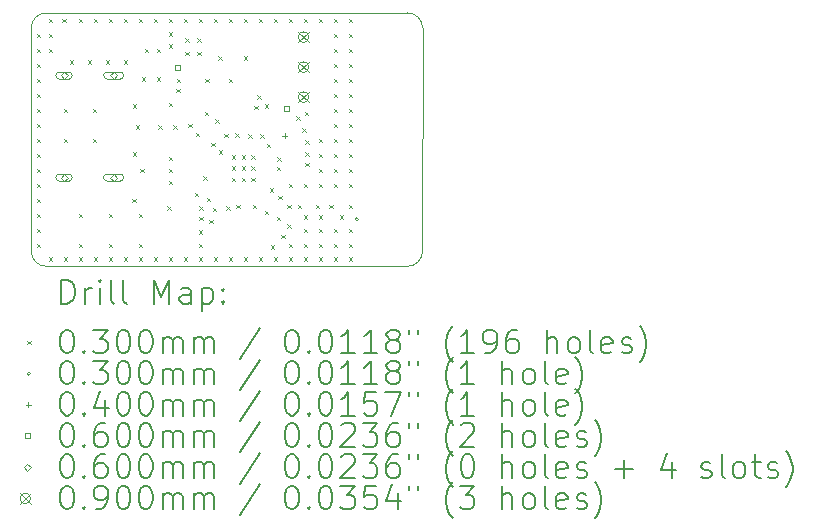
<source format=gbr>
%TF.GenerationSoftware,KiCad,Pcbnew,8.0.1*%
%TF.CreationDate,2024-04-19T23:10:09+02:00*%
%TF.ProjectId,esp-ir-receiver,6573702d-6972-42d7-9265-636569766572,1.0.0*%
%TF.SameCoordinates,Original*%
%TF.FileFunction,Drillmap*%
%TF.FilePolarity,Positive*%
%FSLAX45Y45*%
G04 Gerber Fmt 4.5, Leading zero omitted, Abs format (unit mm)*
G04 Created by KiCad (PCBNEW 8.0.1) date 2024-04-19 23:10:09*
%MOMM*%
%LPD*%
G01*
G04 APERTURE LIST*
%ADD10C,0.100000*%
%ADD11C,0.200000*%
G04 APERTURE END LIST*
D10*
X12812405Y-11454297D02*
X12812403Y-9563803D01*
X16125297Y-11454297D02*
G75*
G02*
X15998297Y-11581297I-126998J-3D01*
G01*
X15999200Y-9435900D02*
G75*
G02*
X16126200Y-9562900I0J-127000D01*
G01*
X12812403Y-9563803D02*
G75*
G02*
X12939403Y-9436803I126997J3D01*
G01*
X16126200Y-9562900D02*
X16125297Y-11454297D01*
X12939403Y-9436803D02*
X15999200Y-9435900D01*
X15998297Y-11581297D02*
X12939405Y-11581297D01*
X12939405Y-11581297D02*
G75*
G02*
X12812403Y-11454297I-15J126987D01*
G01*
D11*
D10*
X12860000Y-9611400D02*
X12890000Y-9641400D01*
X12890000Y-9611400D02*
X12860000Y-9641400D01*
X12860000Y-9738400D02*
X12890000Y-9768400D01*
X12890000Y-9738400D02*
X12860000Y-9768400D01*
X12860000Y-9865400D02*
X12890000Y-9895400D01*
X12890000Y-9865400D02*
X12860000Y-9895400D01*
X12860000Y-9992400D02*
X12890000Y-10022400D01*
X12890000Y-9992400D02*
X12860000Y-10022400D01*
X12860000Y-10119400D02*
X12890000Y-10149400D01*
X12890000Y-10119400D02*
X12860000Y-10149400D01*
X12860000Y-10246400D02*
X12890000Y-10276400D01*
X12890000Y-10246400D02*
X12860000Y-10276400D01*
X12860000Y-10373400D02*
X12890000Y-10403400D01*
X12890000Y-10373400D02*
X12860000Y-10403400D01*
X12860000Y-10500400D02*
X12890000Y-10530400D01*
X12890000Y-10500400D02*
X12860000Y-10530400D01*
X12860000Y-10627400D02*
X12890000Y-10657400D01*
X12890000Y-10627400D02*
X12860000Y-10657400D01*
X12860000Y-10754400D02*
X12890000Y-10784400D01*
X12890000Y-10754400D02*
X12860000Y-10784400D01*
X12860000Y-10881400D02*
X12890000Y-10911400D01*
X12890000Y-10881400D02*
X12860000Y-10911400D01*
X12860000Y-11008400D02*
X12890000Y-11038400D01*
X12890000Y-11008400D02*
X12860000Y-11038400D01*
X12860000Y-11135400D02*
X12890000Y-11165400D01*
X12890000Y-11135400D02*
X12860000Y-11165400D01*
X12860000Y-11262400D02*
X12890000Y-11292400D01*
X12890000Y-11262400D02*
X12860000Y-11292400D01*
X12860000Y-11389400D02*
X12890000Y-11419400D01*
X12890000Y-11389400D02*
X12860000Y-11419400D01*
X12961600Y-9484400D02*
X12991600Y-9514400D01*
X12991600Y-9484400D02*
X12961600Y-9514400D01*
X12961600Y-9611400D02*
X12991600Y-9641400D01*
X12991600Y-9611400D02*
X12961600Y-9641400D01*
X12961600Y-9738400D02*
X12991600Y-9768400D01*
X12991600Y-9738400D02*
X12961600Y-9768400D01*
X12961600Y-11503700D02*
X12991600Y-11533700D01*
X12991600Y-11503700D02*
X12961600Y-11533700D01*
X13075900Y-9484400D02*
X13105900Y-9514400D01*
X13105900Y-9484400D02*
X13075900Y-9514400D01*
X13088600Y-10246400D02*
X13118600Y-10276400D01*
X13118600Y-10246400D02*
X13088600Y-10276400D01*
X13088600Y-10500400D02*
X13118600Y-10530400D01*
X13118600Y-10500400D02*
X13088600Y-10530400D01*
X13088600Y-11503700D02*
X13118600Y-11533700D01*
X13118600Y-11503700D02*
X13088600Y-11533700D01*
X13139400Y-9837697D02*
X13169400Y-9867697D01*
X13169400Y-9837697D02*
X13139400Y-9867697D01*
X13215600Y-9484400D02*
X13245600Y-9514400D01*
X13245600Y-9484400D02*
X13215600Y-9514400D01*
X13215600Y-11135400D02*
X13245600Y-11165400D01*
X13245600Y-11135400D02*
X13215600Y-11165400D01*
X13215600Y-11389400D02*
X13245600Y-11419400D01*
X13245600Y-11389400D02*
X13215600Y-11419400D01*
X13215600Y-11503700D02*
X13245600Y-11533700D01*
X13245600Y-11503700D02*
X13215600Y-11533700D01*
X13291800Y-9837697D02*
X13321800Y-9867697D01*
X13321800Y-9837697D02*
X13291800Y-9867697D01*
X13332700Y-10246600D02*
X13362700Y-10276600D01*
X13362700Y-10246600D02*
X13332700Y-10276600D01*
X13332700Y-10500600D02*
X13362700Y-10530600D01*
X13362700Y-10500600D02*
X13332700Y-10530600D01*
X13342600Y-9484400D02*
X13372600Y-9514400D01*
X13372600Y-9484400D02*
X13342600Y-9514400D01*
X13342600Y-11503700D02*
X13372600Y-11533700D01*
X13372600Y-11503700D02*
X13342600Y-11533700D01*
X13444200Y-9837697D02*
X13474200Y-9867697D01*
X13474200Y-9837697D02*
X13444200Y-9867697D01*
X13469600Y-9484400D02*
X13499600Y-9514400D01*
X13499600Y-9484400D02*
X13469600Y-9514400D01*
X13469600Y-11135400D02*
X13499600Y-11165400D01*
X13499600Y-11135400D02*
X13469600Y-11165400D01*
X13469600Y-11389400D02*
X13499600Y-11419400D01*
X13499600Y-11389400D02*
X13469600Y-11419400D01*
X13469600Y-11503700D02*
X13499600Y-11533700D01*
X13499600Y-11503700D02*
X13469600Y-11533700D01*
X13596600Y-9484400D02*
X13626600Y-9514400D01*
X13626600Y-9484400D02*
X13596600Y-9514400D01*
X13596600Y-11503700D02*
X13626600Y-11533700D01*
X13626600Y-11503700D02*
X13596600Y-11533700D01*
X13597464Y-9837697D02*
X13627464Y-9867697D01*
X13627464Y-9837697D02*
X13597464Y-9867697D01*
X13669800Y-11011400D02*
X13699800Y-11041400D01*
X13699800Y-11011400D02*
X13669800Y-11041400D01*
X13672800Y-10208300D02*
X13702800Y-10238300D01*
X13702800Y-10208300D02*
X13672800Y-10238300D01*
X13672800Y-10614700D02*
X13702800Y-10644700D01*
X13702800Y-10614700D02*
X13672800Y-10644700D01*
X13698200Y-10386100D02*
X13728200Y-10416100D01*
X13728200Y-10386100D02*
X13698200Y-10416100D01*
X13723600Y-9484400D02*
X13753600Y-9514400D01*
X13753600Y-9484400D02*
X13723600Y-9514400D01*
X13723600Y-11135400D02*
X13753600Y-11165400D01*
X13753600Y-11135400D02*
X13723600Y-11165400D01*
X13723600Y-11389400D02*
X13753600Y-11419400D01*
X13753600Y-11389400D02*
X13723600Y-11419400D01*
X13723600Y-11503700D02*
X13753600Y-11533700D01*
X13753600Y-11503700D02*
X13723600Y-11533700D01*
X13736300Y-10754400D02*
X13766300Y-10784400D01*
X13766300Y-10754400D02*
X13736300Y-10784400D01*
X13749000Y-9979700D02*
X13779000Y-10009700D01*
X13779000Y-9979700D02*
X13749000Y-10009700D01*
X13774400Y-9738400D02*
X13804400Y-9768400D01*
X13804400Y-9738400D02*
X13774400Y-9768400D01*
X13850600Y-9484400D02*
X13880600Y-9514400D01*
X13880600Y-9484400D02*
X13850600Y-9514400D01*
X13850600Y-11503700D02*
X13880600Y-11533700D01*
X13880600Y-11503700D02*
X13850600Y-11533700D01*
X13876000Y-9738400D02*
X13906000Y-9768400D01*
X13906000Y-9738400D02*
X13876000Y-9768400D01*
X13876000Y-9979700D02*
X13906000Y-10009700D01*
X13906000Y-9979700D02*
X13876000Y-10009700D01*
X13888700Y-10386100D02*
X13918700Y-10416100D01*
X13918700Y-10386100D02*
X13888700Y-10416100D01*
X13964900Y-11071900D02*
X13994900Y-11101900D01*
X13994900Y-11071900D02*
X13964900Y-11101900D01*
X13977600Y-9484400D02*
X14007600Y-9514400D01*
X14007600Y-9484400D02*
X13977600Y-9514400D01*
X13977600Y-9598700D02*
X14007600Y-9628700D01*
X14007600Y-9598700D02*
X13977600Y-9628700D01*
X13977600Y-9700300D02*
X14007600Y-9730300D01*
X14007600Y-9700300D02*
X13977600Y-9730300D01*
X13977600Y-10195600D02*
X14007600Y-10225600D01*
X14007600Y-10195600D02*
X13977600Y-10225600D01*
X13977600Y-10652800D02*
X14007600Y-10682800D01*
X14007600Y-10652800D02*
X13977600Y-10682800D01*
X13977600Y-10754400D02*
X14007600Y-10784400D01*
X14007600Y-10754400D02*
X13977600Y-10784400D01*
X13977600Y-10856000D02*
X14007600Y-10886000D01*
X14007600Y-10856000D02*
X13977600Y-10886000D01*
X13977600Y-11503700D02*
X14007600Y-11533700D01*
X14007600Y-11503700D02*
X13977600Y-11533700D01*
X14015700Y-10386100D02*
X14045700Y-10416100D01*
X14045700Y-10386100D02*
X14015700Y-10416100D01*
X14041100Y-10078500D02*
X14071100Y-10108500D01*
X14071100Y-10078500D02*
X14041100Y-10108500D01*
X14043900Y-9992400D02*
X14073900Y-10022400D01*
X14073900Y-9992400D02*
X14043900Y-10022400D01*
X14104600Y-9484400D02*
X14134600Y-9514400D01*
X14134600Y-9484400D02*
X14104600Y-9514400D01*
X14104600Y-11503700D02*
X14134600Y-11533700D01*
X14134600Y-11503700D02*
X14104600Y-11533700D01*
X14117300Y-9649500D02*
X14147300Y-9679500D01*
X14147300Y-9649500D02*
X14117300Y-9679500D01*
X14117300Y-9763800D02*
X14147300Y-9793800D01*
X14147300Y-9763800D02*
X14117300Y-9793800D01*
X14142700Y-10373400D02*
X14172700Y-10403400D01*
X14172700Y-10373400D02*
X14142700Y-10403400D01*
X14196300Y-10957800D02*
X14226300Y-10987800D01*
X14226300Y-10957800D02*
X14196300Y-10987800D01*
X14203920Y-10449800D02*
X14233920Y-10479800D01*
X14233920Y-10449800D02*
X14203920Y-10479800D01*
X14218900Y-9649500D02*
X14248900Y-9679500D01*
X14248900Y-9649500D02*
X14218900Y-9679500D01*
X14218900Y-9763800D02*
X14248900Y-9793800D01*
X14248900Y-9763800D02*
X14218900Y-9793800D01*
X14231600Y-9484400D02*
X14261600Y-9514400D01*
X14261600Y-9484400D02*
X14231600Y-9514400D01*
X14231600Y-11275100D02*
X14261600Y-11305100D01*
X14261600Y-11275100D02*
X14231600Y-11305100D01*
X14231600Y-11389400D02*
X14261600Y-11419400D01*
X14261600Y-11389400D02*
X14231600Y-11419400D01*
X14231600Y-11503700D02*
X14261600Y-11533700D01*
X14261600Y-11503700D02*
X14231600Y-11533700D01*
X14234400Y-11072100D02*
X14264400Y-11102100D01*
X14264400Y-11072100D02*
X14234400Y-11102100D01*
X14234400Y-11161000D02*
X14264400Y-11191000D01*
X14264400Y-11161000D02*
X14234400Y-11191000D01*
X14269700Y-10817900D02*
X14299700Y-10847900D01*
X14299700Y-10817900D02*
X14269700Y-10847900D01*
X14282400Y-10271800D02*
X14312400Y-10301800D01*
X14312400Y-10271800D02*
X14282400Y-10301800D01*
X14285200Y-9992600D02*
X14315200Y-10022600D01*
X14315200Y-9992600D02*
X14285200Y-10022600D01*
X14297900Y-10999850D02*
X14327900Y-11029850D01*
X14327900Y-10999850D02*
X14297900Y-11029850D01*
X14320500Y-11186200D02*
X14350500Y-11216200D01*
X14350500Y-11186200D02*
X14320500Y-11216200D01*
X14336000Y-10536160D02*
X14366000Y-10566160D01*
X14366000Y-10536160D02*
X14336000Y-10566160D01*
X14348700Y-11084800D02*
X14378700Y-11114800D01*
X14378700Y-11084800D02*
X14348700Y-11114800D01*
X14358600Y-9484400D02*
X14388600Y-9514400D01*
X14388600Y-9484400D02*
X14358600Y-9514400D01*
X14358600Y-11503700D02*
X14388600Y-11533700D01*
X14388600Y-11503700D02*
X14358600Y-11533700D01*
X14371300Y-10335300D02*
X14401300Y-10365300D01*
X14401300Y-10335300D02*
X14371300Y-10365300D01*
X14396700Y-9801900D02*
X14426700Y-9831900D01*
X14426700Y-9801900D02*
X14396700Y-9831900D01*
X14402040Y-10597120D02*
X14432040Y-10627120D01*
X14432040Y-10597120D02*
X14402040Y-10627120D01*
X14447760Y-10459960D02*
X14477760Y-10489960D01*
X14477760Y-10459960D02*
X14447760Y-10489960D01*
X14463000Y-11072100D02*
X14493000Y-11102100D01*
X14493000Y-11072100D02*
X14463000Y-11102100D01*
X14485600Y-9484400D02*
X14515600Y-9514400D01*
X14515600Y-9484400D02*
X14485600Y-9514400D01*
X14485600Y-9992400D02*
X14515600Y-10022400D01*
X14515600Y-9992400D02*
X14485600Y-10022400D01*
X14485600Y-11503597D02*
X14515600Y-11533597D01*
X14515600Y-11503597D02*
X14485600Y-11533597D01*
X14511000Y-10639900D02*
X14541000Y-10669900D01*
X14541000Y-10639900D02*
X14511000Y-10669900D01*
X14511000Y-10735150D02*
X14541000Y-10765150D01*
X14541000Y-10735150D02*
X14511000Y-10765150D01*
X14511000Y-10830400D02*
X14541000Y-10860400D01*
X14541000Y-10830400D02*
X14511000Y-10860400D01*
X14539200Y-10454880D02*
X14569200Y-10484880D01*
X14569200Y-10454880D02*
X14539200Y-10484880D01*
X14549100Y-11059400D02*
X14579100Y-11089400D01*
X14579100Y-11059400D02*
X14549100Y-11089400D01*
X14593550Y-10639900D02*
X14623550Y-10669900D01*
X14623550Y-10639900D02*
X14593550Y-10669900D01*
X14593550Y-10735150D02*
X14623550Y-10765150D01*
X14623550Y-10735150D02*
X14593550Y-10765150D01*
X14593550Y-10830400D02*
X14623550Y-10860400D01*
X14623550Y-10830400D02*
X14593550Y-10860400D01*
X14612600Y-9484400D02*
X14642600Y-9514400D01*
X14642600Y-9484400D02*
X14612600Y-9514400D01*
X14612600Y-9801900D02*
X14642600Y-9831900D01*
X14642600Y-9801900D02*
X14612600Y-9831900D01*
X14612600Y-11503597D02*
X14642600Y-11533597D01*
X14642600Y-11503597D02*
X14612600Y-11533597D01*
X14650700Y-10462300D02*
X14680700Y-10492300D01*
X14680700Y-10462300D02*
X14650700Y-10492300D01*
X14676100Y-10639900D02*
X14706100Y-10669900D01*
X14706100Y-10639900D02*
X14676100Y-10669900D01*
X14676100Y-10735150D02*
X14706100Y-10765150D01*
X14706100Y-10735150D02*
X14676100Y-10765150D01*
X14676100Y-10830400D02*
X14706100Y-10860400D01*
X14706100Y-10830400D02*
X14676100Y-10860400D01*
X14688800Y-11059200D02*
X14718800Y-11089200D01*
X14718800Y-11059200D02*
X14688800Y-11089200D01*
X14701500Y-10221000D02*
X14731500Y-10251000D01*
X14731500Y-10221000D02*
X14701500Y-10251000D01*
X14726900Y-10132100D02*
X14756900Y-10162100D01*
X14756900Y-10132100D02*
X14726900Y-10162100D01*
X14739600Y-9484400D02*
X14769600Y-9514400D01*
X14769600Y-9484400D02*
X14739600Y-9514400D01*
X14739600Y-11503700D02*
X14769600Y-11533700D01*
X14769600Y-11503700D02*
X14739600Y-11533700D01*
X14752300Y-10462300D02*
X14782300Y-10492300D01*
X14782300Y-10462300D02*
X14752300Y-10492300D01*
X14790400Y-10208300D02*
X14820400Y-10238300D01*
X14820400Y-10208300D02*
X14790400Y-10238300D01*
X14790400Y-11110000D02*
X14820400Y-11140000D01*
X14820400Y-11110000D02*
X14790400Y-11140000D01*
X14806850Y-10542250D02*
X14836850Y-10572250D01*
X14836850Y-10542250D02*
X14806850Y-10572250D01*
X14831300Y-10919700D02*
X14861300Y-10949700D01*
X14861300Y-10919700D02*
X14831300Y-10949700D01*
X14841200Y-11402100D02*
X14871200Y-11432100D01*
X14871200Y-11402100D02*
X14841200Y-11432100D01*
X14866600Y-9484400D02*
X14896600Y-9514400D01*
X14896600Y-9484400D02*
X14866600Y-9514400D01*
X14866600Y-11503700D02*
X14896600Y-11533700D01*
X14896600Y-11503700D02*
X14866600Y-11533700D01*
X14889720Y-10739360D02*
X14919720Y-10769360D01*
X14919720Y-10739360D02*
X14889720Y-10769360D01*
X14892000Y-11160800D02*
X14922000Y-11190800D01*
X14922000Y-11160800D02*
X14892000Y-11190800D01*
X14894800Y-10658080D02*
X14924800Y-10688080D01*
X14924800Y-10658080D02*
X14894800Y-10688080D01*
X14904700Y-10983000D02*
X14934700Y-11013000D01*
X14934700Y-10983000D02*
X14904700Y-11013000D01*
X14930100Y-11313200D02*
X14960100Y-11343200D01*
X14960100Y-11313200D02*
X14930100Y-11343200D01*
X14980900Y-11059200D02*
X15010900Y-11089200D01*
X15010900Y-11059200D02*
X14980900Y-11089200D01*
X14980900Y-11224300D02*
X15010900Y-11254300D01*
X15010900Y-11224300D02*
X14980900Y-11254300D01*
X14993600Y-9484400D02*
X15023600Y-9514400D01*
X15023600Y-9484400D02*
X14993600Y-9514400D01*
X14993600Y-10881400D02*
X15023600Y-10911400D01*
X15023600Y-10881400D02*
X14993600Y-10911400D01*
X14993600Y-11389400D02*
X15023600Y-11419400D01*
X15023600Y-11389400D02*
X14993600Y-11419400D01*
X14993600Y-11503700D02*
X15023600Y-11533700D01*
X15023600Y-11503700D02*
X14993600Y-11533700D01*
X15055300Y-10309700D02*
X15085300Y-10339700D01*
X15085300Y-10309700D02*
X15055300Y-10339700D01*
X15069800Y-11059200D02*
X15099800Y-11089200D01*
X15099800Y-11059200D02*
X15069800Y-11089200D01*
X15107900Y-10411500D02*
X15137900Y-10441500D01*
X15137900Y-10411500D02*
X15107900Y-10441500D01*
X15120600Y-9484400D02*
X15150600Y-9514400D01*
X15150600Y-9484400D02*
X15120600Y-9514400D01*
X15120600Y-10881400D02*
X15150600Y-10911400D01*
X15150600Y-10881400D02*
X15120600Y-10911400D01*
X15120600Y-11148100D02*
X15150600Y-11178100D01*
X15150600Y-11148100D02*
X15120600Y-11178100D01*
X15120600Y-11262400D02*
X15150600Y-11292400D01*
X15150600Y-11262400D02*
X15120600Y-11292400D01*
X15120600Y-11389400D02*
X15150600Y-11419400D01*
X15150600Y-11389400D02*
X15120600Y-11419400D01*
X15120600Y-11503700D02*
X15150600Y-11533700D01*
X15150600Y-11503700D02*
X15120600Y-11533700D01*
X15128480Y-10272000D02*
X15158480Y-10302000D01*
X15158480Y-10272000D02*
X15128480Y-10302000D01*
X15133300Y-10513100D02*
X15163300Y-10543100D01*
X15163300Y-10513100D02*
X15133300Y-10543100D01*
X15133300Y-10614700D02*
X15163300Y-10644700D01*
X15163300Y-10614700D02*
X15133300Y-10644700D01*
X15133300Y-10703600D02*
X15163300Y-10733600D01*
X15163300Y-10703600D02*
X15133300Y-10733600D01*
X15222200Y-11059200D02*
X15252200Y-11089200D01*
X15252200Y-11059200D02*
X15222200Y-11089200D01*
X15247600Y-9484400D02*
X15277600Y-9514400D01*
X15277600Y-9484400D02*
X15247600Y-9514400D01*
X15247600Y-10500400D02*
X15277600Y-10530400D01*
X15277600Y-10500400D02*
X15247600Y-10530400D01*
X15247600Y-10627400D02*
X15277600Y-10657400D01*
X15277600Y-10627400D02*
X15247600Y-10657400D01*
X15247600Y-10754400D02*
X15277600Y-10784400D01*
X15277600Y-10754400D02*
X15247600Y-10784400D01*
X15247600Y-10881400D02*
X15277600Y-10911400D01*
X15277600Y-10881400D02*
X15247600Y-10911400D01*
X15247600Y-11148100D02*
X15277600Y-11178100D01*
X15277600Y-11148100D02*
X15247600Y-11178100D01*
X15247600Y-11262400D02*
X15277600Y-11292400D01*
X15277600Y-11262400D02*
X15247600Y-11292400D01*
X15247600Y-11389400D02*
X15277600Y-11419400D01*
X15277600Y-11389400D02*
X15247600Y-11419400D01*
X15247600Y-11503700D02*
X15277600Y-11533700D01*
X15277600Y-11503700D02*
X15247600Y-11533700D01*
X15336500Y-11059200D02*
X15366500Y-11089200D01*
X15366500Y-11059200D02*
X15336500Y-11089200D01*
X15374600Y-9484400D02*
X15404600Y-9514400D01*
X15404600Y-9484400D02*
X15374600Y-9514400D01*
X15374600Y-9611400D02*
X15404600Y-9641400D01*
X15404600Y-9611400D02*
X15374600Y-9641400D01*
X15374600Y-9738400D02*
X15404600Y-9768400D01*
X15404600Y-9738400D02*
X15374600Y-9768400D01*
X15374600Y-9865400D02*
X15404600Y-9895400D01*
X15404600Y-9865400D02*
X15374600Y-9895400D01*
X15374600Y-9992400D02*
X15404600Y-10022400D01*
X15404600Y-9992400D02*
X15374600Y-10022400D01*
X15374600Y-10119400D02*
X15404600Y-10149400D01*
X15404600Y-10119400D02*
X15374600Y-10149400D01*
X15374600Y-10246400D02*
X15404600Y-10276400D01*
X15404600Y-10246400D02*
X15374600Y-10276400D01*
X15374600Y-10373400D02*
X15404600Y-10403400D01*
X15404600Y-10373400D02*
X15374600Y-10403400D01*
X15374600Y-10500400D02*
X15404600Y-10530400D01*
X15404600Y-10500400D02*
X15374600Y-10530400D01*
X15374600Y-10627400D02*
X15404600Y-10657400D01*
X15404600Y-10627400D02*
X15374600Y-10657400D01*
X15374600Y-10754400D02*
X15404600Y-10784400D01*
X15404600Y-10754400D02*
X15374600Y-10784400D01*
X15374600Y-10881400D02*
X15404600Y-10911400D01*
X15404600Y-10881400D02*
X15374600Y-10911400D01*
X15374600Y-11262400D02*
X15404600Y-11292400D01*
X15404600Y-11262400D02*
X15374600Y-11292400D01*
X15374600Y-11389400D02*
X15404600Y-11419400D01*
X15404600Y-11389400D02*
X15374600Y-11419400D01*
X15374600Y-11503700D02*
X15404600Y-11533700D01*
X15404600Y-11503700D02*
X15374600Y-11533700D01*
X15425400Y-11148100D02*
X15455400Y-11178100D01*
X15455400Y-11148100D02*
X15425400Y-11178100D01*
X15501600Y-9484400D02*
X15531600Y-9514400D01*
X15531600Y-9484400D02*
X15501600Y-9514400D01*
X15501600Y-9611400D02*
X15531600Y-9641400D01*
X15531600Y-9611400D02*
X15501600Y-9641400D01*
X15501600Y-9738400D02*
X15531600Y-9768400D01*
X15531600Y-9738400D02*
X15501600Y-9768400D01*
X15501600Y-9865400D02*
X15531600Y-9895400D01*
X15531600Y-9865400D02*
X15501600Y-9895400D01*
X15501600Y-9992400D02*
X15531600Y-10022400D01*
X15531600Y-9992400D02*
X15501600Y-10022400D01*
X15501600Y-10119400D02*
X15531600Y-10149400D01*
X15531600Y-10119400D02*
X15501600Y-10149400D01*
X15501600Y-10246400D02*
X15531600Y-10276400D01*
X15531600Y-10246400D02*
X15501600Y-10276400D01*
X15501600Y-10373400D02*
X15531600Y-10403400D01*
X15531600Y-10373400D02*
X15501600Y-10403400D01*
X15501600Y-10500400D02*
X15531600Y-10530400D01*
X15531600Y-10500400D02*
X15501600Y-10530400D01*
X15501600Y-10627400D02*
X15531600Y-10657400D01*
X15531600Y-10627400D02*
X15501600Y-10657400D01*
X15501600Y-10754400D02*
X15531600Y-10784400D01*
X15531600Y-10754400D02*
X15501600Y-10784400D01*
X15501600Y-10881400D02*
X15531600Y-10911400D01*
X15531600Y-10881400D02*
X15501600Y-10911400D01*
X15501600Y-11059200D02*
X15531600Y-11089200D01*
X15531600Y-11059200D02*
X15501600Y-11089200D01*
X15501600Y-11262400D02*
X15531600Y-11292400D01*
X15531600Y-11262400D02*
X15501600Y-11292400D01*
X15501600Y-11389400D02*
X15531600Y-11419400D01*
X15531600Y-11389400D02*
X15501600Y-11419400D01*
X15501600Y-11503700D02*
X15531600Y-11533700D01*
X15531600Y-11503700D02*
X15501600Y-11533700D01*
X15585200Y-11182800D02*
G75*
G02*
X15555200Y-11182800I-15000J0D01*
G01*
X15555200Y-11182800D02*
G75*
G02*
X15585200Y-11182800I15000J0D01*
G01*
X14957800Y-10457300D02*
X14957800Y-10497300D01*
X14937800Y-10477300D02*
X14977800Y-10477300D01*
X14073816Y-9923516D02*
X14073816Y-9881089D01*
X14031389Y-9881089D01*
X14031389Y-9923516D01*
X14073816Y-9923516D01*
X14991713Y-10269913D02*
X14991713Y-10227487D01*
X14949287Y-10227487D01*
X14949287Y-10269913D01*
X14991713Y-10269913D01*
X13090900Y-9996000D02*
X13120900Y-9966000D01*
X13090900Y-9936000D01*
X13060900Y-9966000D01*
X13090900Y-9996000D01*
X13130900Y-9936000D02*
X13050900Y-9936000D01*
X13050900Y-9996000D02*
G75*
G02*
X13050900Y-9936000I0J30000D01*
G01*
X13050900Y-9996000D02*
X13130900Y-9996000D01*
X13130900Y-9996000D02*
G75*
G03*
X13130900Y-9936000I0J30000D01*
G01*
X13090900Y-10860000D02*
X13120900Y-10830000D01*
X13090900Y-10800000D01*
X13060900Y-10830000D01*
X13090900Y-10860000D01*
X13130900Y-10800000D02*
X13050900Y-10800000D01*
X13050900Y-10860000D02*
G75*
G02*
X13050900Y-10800000I0J30000D01*
G01*
X13050900Y-10860000D02*
X13130900Y-10860000D01*
X13130900Y-10860000D02*
G75*
G03*
X13130900Y-10800000I0J30000D01*
G01*
X13510900Y-9996000D02*
X13540900Y-9966000D01*
X13510900Y-9936000D01*
X13480900Y-9966000D01*
X13510900Y-9996000D01*
X13565900Y-9936000D02*
X13455900Y-9936000D01*
X13455900Y-9996000D02*
G75*
G02*
X13455900Y-9936000I0J30000D01*
G01*
X13455900Y-9996000D02*
X13565900Y-9996000D01*
X13565900Y-9996000D02*
G75*
G03*
X13565900Y-9936000I0J30000D01*
G01*
X13510900Y-10860000D02*
X13540900Y-10830000D01*
X13510900Y-10800000D01*
X13480900Y-10830000D01*
X13510900Y-10860000D01*
X13565900Y-10800000D02*
X13455900Y-10800000D01*
X13455900Y-10860000D02*
G75*
G02*
X13455900Y-10800000I0J30000D01*
G01*
X13455900Y-10860000D02*
X13565900Y-10860000D01*
X13565900Y-10860000D02*
G75*
G03*
X13565900Y-10800000I0J30000D01*
G01*
X15073400Y-9596402D02*
X15163400Y-9686402D01*
X15163400Y-9596402D02*
X15073400Y-9686402D01*
X15163400Y-9641402D02*
G75*
G02*
X15073400Y-9641402I-45000J0D01*
G01*
X15073400Y-9641402D02*
G75*
G02*
X15163400Y-9641402I45000J0D01*
G01*
X15073400Y-9850402D02*
X15163400Y-9940402D01*
X15163400Y-9850402D02*
X15073400Y-9940402D01*
X15163400Y-9895402D02*
G75*
G02*
X15073400Y-9895402I-45000J0D01*
G01*
X15073400Y-9895402D02*
G75*
G02*
X15163400Y-9895402I45000J0D01*
G01*
X15073400Y-10104402D02*
X15163400Y-10194402D01*
X15163400Y-10104402D02*
X15073400Y-10194402D01*
X15163400Y-10149402D02*
G75*
G02*
X15073400Y-10149402I-45000J0D01*
G01*
X15073400Y-10149402D02*
G75*
G02*
X15163400Y-10149402I45000J0D01*
G01*
D11*
X13068179Y-11897781D02*
X13068179Y-11697781D01*
X13068179Y-11697781D02*
X13115798Y-11697781D01*
X13115798Y-11697781D02*
X13144370Y-11707305D01*
X13144370Y-11707305D02*
X13163418Y-11726353D01*
X13163418Y-11726353D02*
X13172941Y-11745400D01*
X13172941Y-11745400D02*
X13182465Y-11783495D01*
X13182465Y-11783495D02*
X13182465Y-11812067D01*
X13182465Y-11812067D02*
X13172941Y-11850162D01*
X13172941Y-11850162D02*
X13163418Y-11869210D01*
X13163418Y-11869210D02*
X13144370Y-11888257D01*
X13144370Y-11888257D02*
X13115798Y-11897781D01*
X13115798Y-11897781D02*
X13068179Y-11897781D01*
X13268179Y-11897781D02*
X13268179Y-11764448D01*
X13268179Y-11802543D02*
X13277703Y-11783495D01*
X13277703Y-11783495D02*
X13287227Y-11773972D01*
X13287227Y-11773972D02*
X13306275Y-11764448D01*
X13306275Y-11764448D02*
X13325322Y-11764448D01*
X13391989Y-11897781D02*
X13391989Y-11764448D01*
X13391989Y-11697781D02*
X13382465Y-11707305D01*
X13382465Y-11707305D02*
X13391989Y-11716829D01*
X13391989Y-11716829D02*
X13401513Y-11707305D01*
X13401513Y-11707305D02*
X13391989Y-11697781D01*
X13391989Y-11697781D02*
X13391989Y-11716829D01*
X13515798Y-11897781D02*
X13496751Y-11888257D01*
X13496751Y-11888257D02*
X13487227Y-11869210D01*
X13487227Y-11869210D02*
X13487227Y-11697781D01*
X13620560Y-11897781D02*
X13601513Y-11888257D01*
X13601513Y-11888257D02*
X13591989Y-11869210D01*
X13591989Y-11869210D02*
X13591989Y-11697781D01*
X13849132Y-11897781D02*
X13849132Y-11697781D01*
X13849132Y-11697781D02*
X13915799Y-11840638D01*
X13915799Y-11840638D02*
X13982465Y-11697781D01*
X13982465Y-11697781D02*
X13982465Y-11897781D01*
X14163418Y-11897781D02*
X14163418Y-11793019D01*
X14163418Y-11793019D02*
X14153894Y-11773972D01*
X14153894Y-11773972D02*
X14134846Y-11764448D01*
X14134846Y-11764448D02*
X14096751Y-11764448D01*
X14096751Y-11764448D02*
X14077703Y-11773972D01*
X14163418Y-11888257D02*
X14144370Y-11897781D01*
X14144370Y-11897781D02*
X14096751Y-11897781D01*
X14096751Y-11897781D02*
X14077703Y-11888257D01*
X14077703Y-11888257D02*
X14068179Y-11869210D01*
X14068179Y-11869210D02*
X14068179Y-11850162D01*
X14068179Y-11850162D02*
X14077703Y-11831115D01*
X14077703Y-11831115D02*
X14096751Y-11821591D01*
X14096751Y-11821591D02*
X14144370Y-11821591D01*
X14144370Y-11821591D02*
X14163418Y-11812067D01*
X14258656Y-11764448D02*
X14258656Y-11964448D01*
X14258656Y-11773972D02*
X14277703Y-11764448D01*
X14277703Y-11764448D02*
X14315799Y-11764448D01*
X14315799Y-11764448D02*
X14334846Y-11773972D01*
X14334846Y-11773972D02*
X14344370Y-11783495D01*
X14344370Y-11783495D02*
X14353894Y-11802543D01*
X14353894Y-11802543D02*
X14353894Y-11859686D01*
X14353894Y-11859686D02*
X14344370Y-11878734D01*
X14344370Y-11878734D02*
X14334846Y-11888257D01*
X14334846Y-11888257D02*
X14315799Y-11897781D01*
X14315799Y-11897781D02*
X14277703Y-11897781D01*
X14277703Y-11897781D02*
X14258656Y-11888257D01*
X14439608Y-11878734D02*
X14449132Y-11888257D01*
X14449132Y-11888257D02*
X14439608Y-11897781D01*
X14439608Y-11897781D02*
X14430084Y-11888257D01*
X14430084Y-11888257D02*
X14439608Y-11878734D01*
X14439608Y-11878734D02*
X14439608Y-11897781D01*
X14439608Y-11773972D02*
X14449132Y-11783495D01*
X14449132Y-11783495D02*
X14439608Y-11793019D01*
X14439608Y-11793019D02*
X14430084Y-11783495D01*
X14430084Y-11783495D02*
X14439608Y-11773972D01*
X14439608Y-11773972D02*
X14439608Y-11793019D01*
D10*
X12777403Y-12211297D02*
X12807403Y-12241297D01*
X12807403Y-12211297D02*
X12777403Y-12241297D01*
D11*
X13106275Y-12117781D02*
X13125322Y-12117781D01*
X13125322Y-12117781D02*
X13144370Y-12127305D01*
X13144370Y-12127305D02*
X13153894Y-12136829D01*
X13153894Y-12136829D02*
X13163418Y-12155876D01*
X13163418Y-12155876D02*
X13172941Y-12193972D01*
X13172941Y-12193972D02*
X13172941Y-12241591D01*
X13172941Y-12241591D02*
X13163418Y-12279686D01*
X13163418Y-12279686D02*
X13153894Y-12298734D01*
X13153894Y-12298734D02*
X13144370Y-12308257D01*
X13144370Y-12308257D02*
X13125322Y-12317781D01*
X13125322Y-12317781D02*
X13106275Y-12317781D01*
X13106275Y-12317781D02*
X13087227Y-12308257D01*
X13087227Y-12308257D02*
X13077703Y-12298734D01*
X13077703Y-12298734D02*
X13068179Y-12279686D01*
X13068179Y-12279686D02*
X13058656Y-12241591D01*
X13058656Y-12241591D02*
X13058656Y-12193972D01*
X13058656Y-12193972D02*
X13068179Y-12155876D01*
X13068179Y-12155876D02*
X13077703Y-12136829D01*
X13077703Y-12136829D02*
X13087227Y-12127305D01*
X13087227Y-12127305D02*
X13106275Y-12117781D01*
X13258656Y-12298734D02*
X13268179Y-12308257D01*
X13268179Y-12308257D02*
X13258656Y-12317781D01*
X13258656Y-12317781D02*
X13249132Y-12308257D01*
X13249132Y-12308257D02*
X13258656Y-12298734D01*
X13258656Y-12298734D02*
X13258656Y-12317781D01*
X13334846Y-12117781D02*
X13458656Y-12117781D01*
X13458656Y-12117781D02*
X13391989Y-12193972D01*
X13391989Y-12193972D02*
X13420560Y-12193972D01*
X13420560Y-12193972D02*
X13439608Y-12203495D01*
X13439608Y-12203495D02*
X13449132Y-12213019D01*
X13449132Y-12213019D02*
X13458656Y-12232067D01*
X13458656Y-12232067D02*
X13458656Y-12279686D01*
X13458656Y-12279686D02*
X13449132Y-12298734D01*
X13449132Y-12298734D02*
X13439608Y-12308257D01*
X13439608Y-12308257D02*
X13420560Y-12317781D01*
X13420560Y-12317781D02*
X13363418Y-12317781D01*
X13363418Y-12317781D02*
X13344370Y-12308257D01*
X13344370Y-12308257D02*
X13334846Y-12298734D01*
X13582465Y-12117781D02*
X13601513Y-12117781D01*
X13601513Y-12117781D02*
X13620560Y-12127305D01*
X13620560Y-12127305D02*
X13630084Y-12136829D01*
X13630084Y-12136829D02*
X13639608Y-12155876D01*
X13639608Y-12155876D02*
X13649132Y-12193972D01*
X13649132Y-12193972D02*
X13649132Y-12241591D01*
X13649132Y-12241591D02*
X13639608Y-12279686D01*
X13639608Y-12279686D02*
X13630084Y-12298734D01*
X13630084Y-12298734D02*
X13620560Y-12308257D01*
X13620560Y-12308257D02*
X13601513Y-12317781D01*
X13601513Y-12317781D02*
X13582465Y-12317781D01*
X13582465Y-12317781D02*
X13563418Y-12308257D01*
X13563418Y-12308257D02*
X13553894Y-12298734D01*
X13553894Y-12298734D02*
X13544370Y-12279686D01*
X13544370Y-12279686D02*
X13534846Y-12241591D01*
X13534846Y-12241591D02*
X13534846Y-12193972D01*
X13534846Y-12193972D02*
X13544370Y-12155876D01*
X13544370Y-12155876D02*
X13553894Y-12136829D01*
X13553894Y-12136829D02*
X13563418Y-12127305D01*
X13563418Y-12127305D02*
X13582465Y-12117781D01*
X13772941Y-12117781D02*
X13791989Y-12117781D01*
X13791989Y-12117781D02*
X13811037Y-12127305D01*
X13811037Y-12127305D02*
X13820560Y-12136829D01*
X13820560Y-12136829D02*
X13830084Y-12155876D01*
X13830084Y-12155876D02*
X13839608Y-12193972D01*
X13839608Y-12193972D02*
X13839608Y-12241591D01*
X13839608Y-12241591D02*
X13830084Y-12279686D01*
X13830084Y-12279686D02*
X13820560Y-12298734D01*
X13820560Y-12298734D02*
X13811037Y-12308257D01*
X13811037Y-12308257D02*
X13791989Y-12317781D01*
X13791989Y-12317781D02*
X13772941Y-12317781D01*
X13772941Y-12317781D02*
X13753894Y-12308257D01*
X13753894Y-12308257D02*
X13744370Y-12298734D01*
X13744370Y-12298734D02*
X13734846Y-12279686D01*
X13734846Y-12279686D02*
X13725322Y-12241591D01*
X13725322Y-12241591D02*
X13725322Y-12193972D01*
X13725322Y-12193972D02*
X13734846Y-12155876D01*
X13734846Y-12155876D02*
X13744370Y-12136829D01*
X13744370Y-12136829D02*
X13753894Y-12127305D01*
X13753894Y-12127305D02*
X13772941Y-12117781D01*
X13925322Y-12317781D02*
X13925322Y-12184448D01*
X13925322Y-12203495D02*
X13934846Y-12193972D01*
X13934846Y-12193972D02*
X13953894Y-12184448D01*
X13953894Y-12184448D02*
X13982465Y-12184448D01*
X13982465Y-12184448D02*
X14001513Y-12193972D01*
X14001513Y-12193972D02*
X14011037Y-12213019D01*
X14011037Y-12213019D02*
X14011037Y-12317781D01*
X14011037Y-12213019D02*
X14020560Y-12193972D01*
X14020560Y-12193972D02*
X14039608Y-12184448D01*
X14039608Y-12184448D02*
X14068179Y-12184448D01*
X14068179Y-12184448D02*
X14087227Y-12193972D01*
X14087227Y-12193972D02*
X14096751Y-12213019D01*
X14096751Y-12213019D02*
X14096751Y-12317781D01*
X14191989Y-12317781D02*
X14191989Y-12184448D01*
X14191989Y-12203495D02*
X14201513Y-12193972D01*
X14201513Y-12193972D02*
X14220560Y-12184448D01*
X14220560Y-12184448D02*
X14249132Y-12184448D01*
X14249132Y-12184448D02*
X14268180Y-12193972D01*
X14268180Y-12193972D02*
X14277703Y-12213019D01*
X14277703Y-12213019D02*
X14277703Y-12317781D01*
X14277703Y-12213019D02*
X14287227Y-12193972D01*
X14287227Y-12193972D02*
X14306275Y-12184448D01*
X14306275Y-12184448D02*
X14334846Y-12184448D01*
X14334846Y-12184448D02*
X14353894Y-12193972D01*
X14353894Y-12193972D02*
X14363418Y-12213019D01*
X14363418Y-12213019D02*
X14363418Y-12317781D01*
X14753894Y-12108257D02*
X14582465Y-12365400D01*
X15011037Y-12117781D02*
X15030084Y-12117781D01*
X15030084Y-12117781D02*
X15049132Y-12127305D01*
X15049132Y-12127305D02*
X15058656Y-12136829D01*
X15058656Y-12136829D02*
X15068180Y-12155876D01*
X15068180Y-12155876D02*
X15077703Y-12193972D01*
X15077703Y-12193972D02*
X15077703Y-12241591D01*
X15077703Y-12241591D02*
X15068180Y-12279686D01*
X15068180Y-12279686D02*
X15058656Y-12298734D01*
X15058656Y-12298734D02*
X15049132Y-12308257D01*
X15049132Y-12308257D02*
X15030084Y-12317781D01*
X15030084Y-12317781D02*
X15011037Y-12317781D01*
X15011037Y-12317781D02*
X14991989Y-12308257D01*
X14991989Y-12308257D02*
X14982465Y-12298734D01*
X14982465Y-12298734D02*
X14972942Y-12279686D01*
X14972942Y-12279686D02*
X14963418Y-12241591D01*
X14963418Y-12241591D02*
X14963418Y-12193972D01*
X14963418Y-12193972D02*
X14972942Y-12155876D01*
X14972942Y-12155876D02*
X14982465Y-12136829D01*
X14982465Y-12136829D02*
X14991989Y-12127305D01*
X14991989Y-12127305D02*
X15011037Y-12117781D01*
X15163418Y-12298734D02*
X15172942Y-12308257D01*
X15172942Y-12308257D02*
X15163418Y-12317781D01*
X15163418Y-12317781D02*
X15153894Y-12308257D01*
X15153894Y-12308257D02*
X15163418Y-12298734D01*
X15163418Y-12298734D02*
X15163418Y-12317781D01*
X15296751Y-12117781D02*
X15315799Y-12117781D01*
X15315799Y-12117781D02*
X15334846Y-12127305D01*
X15334846Y-12127305D02*
X15344370Y-12136829D01*
X15344370Y-12136829D02*
X15353894Y-12155876D01*
X15353894Y-12155876D02*
X15363418Y-12193972D01*
X15363418Y-12193972D02*
X15363418Y-12241591D01*
X15363418Y-12241591D02*
X15353894Y-12279686D01*
X15353894Y-12279686D02*
X15344370Y-12298734D01*
X15344370Y-12298734D02*
X15334846Y-12308257D01*
X15334846Y-12308257D02*
X15315799Y-12317781D01*
X15315799Y-12317781D02*
X15296751Y-12317781D01*
X15296751Y-12317781D02*
X15277703Y-12308257D01*
X15277703Y-12308257D02*
X15268180Y-12298734D01*
X15268180Y-12298734D02*
X15258656Y-12279686D01*
X15258656Y-12279686D02*
X15249132Y-12241591D01*
X15249132Y-12241591D02*
X15249132Y-12193972D01*
X15249132Y-12193972D02*
X15258656Y-12155876D01*
X15258656Y-12155876D02*
X15268180Y-12136829D01*
X15268180Y-12136829D02*
X15277703Y-12127305D01*
X15277703Y-12127305D02*
X15296751Y-12117781D01*
X15553894Y-12317781D02*
X15439608Y-12317781D01*
X15496751Y-12317781D02*
X15496751Y-12117781D01*
X15496751Y-12117781D02*
X15477703Y-12146353D01*
X15477703Y-12146353D02*
X15458656Y-12165400D01*
X15458656Y-12165400D02*
X15439608Y-12174924D01*
X15744370Y-12317781D02*
X15630084Y-12317781D01*
X15687227Y-12317781D02*
X15687227Y-12117781D01*
X15687227Y-12117781D02*
X15668180Y-12146353D01*
X15668180Y-12146353D02*
X15649132Y-12165400D01*
X15649132Y-12165400D02*
X15630084Y-12174924D01*
X15858656Y-12203495D02*
X15839608Y-12193972D01*
X15839608Y-12193972D02*
X15830084Y-12184448D01*
X15830084Y-12184448D02*
X15820561Y-12165400D01*
X15820561Y-12165400D02*
X15820561Y-12155876D01*
X15820561Y-12155876D02*
X15830084Y-12136829D01*
X15830084Y-12136829D02*
X15839608Y-12127305D01*
X15839608Y-12127305D02*
X15858656Y-12117781D01*
X15858656Y-12117781D02*
X15896751Y-12117781D01*
X15896751Y-12117781D02*
X15915799Y-12127305D01*
X15915799Y-12127305D02*
X15925323Y-12136829D01*
X15925323Y-12136829D02*
X15934846Y-12155876D01*
X15934846Y-12155876D02*
X15934846Y-12165400D01*
X15934846Y-12165400D02*
X15925323Y-12184448D01*
X15925323Y-12184448D02*
X15915799Y-12193972D01*
X15915799Y-12193972D02*
X15896751Y-12203495D01*
X15896751Y-12203495D02*
X15858656Y-12203495D01*
X15858656Y-12203495D02*
X15839608Y-12213019D01*
X15839608Y-12213019D02*
X15830084Y-12222543D01*
X15830084Y-12222543D02*
X15820561Y-12241591D01*
X15820561Y-12241591D02*
X15820561Y-12279686D01*
X15820561Y-12279686D02*
X15830084Y-12298734D01*
X15830084Y-12298734D02*
X15839608Y-12308257D01*
X15839608Y-12308257D02*
X15858656Y-12317781D01*
X15858656Y-12317781D02*
X15896751Y-12317781D01*
X15896751Y-12317781D02*
X15915799Y-12308257D01*
X15915799Y-12308257D02*
X15925323Y-12298734D01*
X15925323Y-12298734D02*
X15934846Y-12279686D01*
X15934846Y-12279686D02*
X15934846Y-12241591D01*
X15934846Y-12241591D02*
X15925323Y-12222543D01*
X15925323Y-12222543D02*
X15915799Y-12213019D01*
X15915799Y-12213019D02*
X15896751Y-12203495D01*
X16011037Y-12117781D02*
X16011037Y-12155876D01*
X16087227Y-12117781D02*
X16087227Y-12155876D01*
X16382466Y-12393972D02*
X16372942Y-12384448D01*
X16372942Y-12384448D02*
X16353894Y-12355876D01*
X16353894Y-12355876D02*
X16344370Y-12336829D01*
X16344370Y-12336829D02*
X16334846Y-12308257D01*
X16334846Y-12308257D02*
X16325323Y-12260638D01*
X16325323Y-12260638D02*
X16325323Y-12222543D01*
X16325323Y-12222543D02*
X16334846Y-12174924D01*
X16334846Y-12174924D02*
X16344370Y-12146353D01*
X16344370Y-12146353D02*
X16353894Y-12127305D01*
X16353894Y-12127305D02*
X16372942Y-12098734D01*
X16372942Y-12098734D02*
X16382466Y-12089210D01*
X16563418Y-12317781D02*
X16449132Y-12317781D01*
X16506275Y-12317781D02*
X16506275Y-12117781D01*
X16506275Y-12117781D02*
X16487227Y-12146353D01*
X16487227Y-12146353D02*
X16468180Y-12165400D01*
X16468180Y-12165400D02*
X16449132Y-12174924D01*
X16658656Y-12317781D02*
X16696751Y-12317781D01*
X16696751Y-12317781D02*
X16715799Y-12308257D01*
X16715799Y-12308257D02*
X16725323Y-12298734D01*
X16725323Y-12298734D02*
X16744370Y-12270162D01*
X16744370Y-12270162D02*
X16753894Y-12232067D01*
X16753894Y-12232067D02*
X16753894Y-12155876D01*
X16753894Y-12155876D02*
X16744370Y-12136829D01*
X16744370Y-12136829D02*
X16734846Y-12127305D01*
X16734846Y-12127305D02*
X16715799Y-12117781D01*
X16715799Y-12117781D02*
X16677704Y-12117781D01*
X16677704Y-12117781D02*
X16658656Y-12127305D01*
X16658656Y-12127305D02*
X16649132Y-12136829D01*
X16649132Y-12136829D02*
X16639608Y-12155876D01*
X16639608Y-12155876D02*
X16639608Y-12203495D01*
X16639608Y-12203495D02*
X16649132Y-12222543D01*
X16649132Y-12222543D02*
X16658656Y-12232067D01*
X16658656Y-12232067D02*
X16677704Y-12241591D01*
X16677704Y-12241591D02*
X16715799Y-12241591D01*
X16715799Y-12241591D02*
X16734846Y-12232067D01*
X16734846Y-12232067D02*
X16744370Y-12222543D01*
X16744370Y-12222543D02*
X16753894Y-12203495D01*
X16925323Y-12117781D02*
X16887227Y-12117781D01*
X16887227Y-12117781D02*
X16868180Y-12127305D01*
X16868180Y-12127305D02*
X16858656Y-12136829D01*
X16858656Y-12136829D02*
X16839608Y-12165400D01*
X16839608Y-12165400D02*
X16830085Y-12203495D01*
X16830085Y-12203495D02*
X16830085Y-12279686D01*
X16830085Y-12279686D02*
X16839608Y-12298734D01*
X16839608Y-12298734D02*
X16849132Y-12308257D01*
X16849132Y-12308257D02*
X16868180Y-12317781D01*
X16868180Y-12317781D02*
X16906275Y-12317781D01*
X16906275Y-12317781D02*
X16925323Y-12308257D01*
X16925323Y-12308257D02*
X16934847Y-12298734D01*
X16934847Y-12298734D02*
X16944370Y-12279686D01*
X16944370Y-12279686D02*
X16944370Y-12232067D01*
X16944370Y-12232067D02*
X16934847Y-12213019D01*
X16934847Y-12213019D02*
X16925323Y-12203495D01*
X16925323Y-12203495D02*
X16906275Y-12193972D01*
X16906275Y-12193972D02*
X16868180Y-12193972D01*
X16868180Y-12193972D02*
X16849132Y-12203495D01*
X16849132Y-12203495D02*
X16839608Y-12213019D01*
X16839608Y-12213019D02*
X16830085Y-12232067D01*
X17182466Y-12317781D02*
X17182466Y-12117781D01*
X17268180Y-12317781D02*
X17268180Y-12213019D01*
X17268180Y-12213019D02*
X17258656Y-12193972D01*
X17258656Y-12193972D02*
X17239609Y-12184448D01*
X17239609Y-12184448D02*
X17211037Y-12184448D01*
X17211037Y-12184448D02*
X17191989Y-12193972D01*
X17191989Y-12193972D02*
X17182466Y-12203495D01*
X17391989Y-12317781D02*
X17372942Y-12308257D01*
X17372942Y-12308257D02*
X17363418Y-12298734D01*
X17363418Y-12298734D02*
X17353894Y-12279686D01*
X17353894Y-12279686D02*
X17353894Y-12222543D01*
X17353894Y-12222543D02*
X17363418Y-12203495D01*
X17363418Y-12203495D02*
X17372942Y-12193972D01*
X17372942Y-12193972D02*
X17391989Y-12184448D01*
X17391989Y-12184448D02*
X17420561Y-12184448D01*
X17420561Y-12184448D02*
X17439609Y-12193972D01*
X17439609Y-12193972D02*
X17449132Y-12203495D01*
X17449132Y-12203495D02*
X17458656Y-12222543D01*
X17458656Y-12222543D02*
X17458656Y-12279686D01*
X17458656Y-12279686D02*
X17449132Y-12298734D01*
X17449132Y-12298734D02*
X17439609Y-12308257D01*
X17439609Y-12308257D02*
X17420561Y-12317781D01*
X17420561Y-12317781D02*
X17391989Y-12317781D01*
X17572942Y-12317781D02*
X17553894Y-12308257D01*
X17553894Y-12308257D02*
X17544370Y-12289210D01*
X17544370Y-12289210D02*
X17544370Y-12117781D01*
X17725323Y-12308257D02*
X17706275Y-12317781D01*
X17706275Y-12317781D02*
X17668180Y-12317781D01*
X17668180Y-12317781D02*
X17649132Y-12308257D01*
X17649132Y-12308257D02*
X17639609Y-12289210D01*
X17639609Y-12289210D02*
X17639609Y-12213019D01*
X17639609Y-12213019D02*
X17649132Y-12193972D01*
X17649132Y-12193972D02*
X17668180Y-12184448D01*
X17668180Y-12184448D02*
X17706275Y-12184448D01*
X17706275Y-12184448D02*
X17725323Y-12193972D01*
X17725323Y-12193972D02*
X17734847Y-12213019D01*
X17734847Y-12213019D02*
X17734847Y-12232067D01*
X17734847Y-12232067D02*
X17639609Y-12251115D01*
X17811037Y-12308257D02*
X17830085Y-12317781D01*
X17830085Y-12317781D02*
X17868180Y-12317781D01*
X17868180Y-12317781D02*
X17887228Y-12308257D01*
X17887228Y-12308257D02*
X17896751Y-12289210D01*
X17896751Y-12289210D02*
X17896751Y-12279686D01*
X17896751Y-12279686D02*
X17887228Y-12260638D01*
X17887228Y-12260638D02*
X17868180Y-12251115D01*
X17868180Y-12251115D02*
X17839609Y-12251115D01*
X17839609Y-12251115D02*
X17820561Y-12241591D01*
X17820561Y-12241591D02*
X17811037Y-12222543D01*
X17811037Y-12222543D02*
X17811037Y-12213019D01*
X17811037Y-12213019D02*
X17820561Y-12193972D01*
X17820561Y-12193972D02*
X17839609Y-12184448D01*
X17839609Y-12184448D02*
X17868180Y-12184448D01*
X17868180Y-12184448D02*
X17887228Y-12193972D01*
X17963418Y-12393972D02*
X17972942Y-12384448D01*
X17972942Y-12384448D02*
X17991990Y-12355876D01*
X17991990Y-12355876D02*
X18001513Y-12336829D01*
X18001513Y-12336829D02*
X18011037Y-12308257D01*
X18011037Y-12308257D02*
X18020561Y-12260638D01*
X18020561Y-12260638D02*
X18020561Y-12222543D01*
X18020561Y-12222543D02*
X18011037Y-12174924D01*
X18011037Y-12174924D02*
X18001513Y-12146353D01*
X18001513Y-12146353D02*
X17991990Y-12127305D01*
X17991990Y-12127305D02*
X17972942Y-12098734D01*
X17972942Y-12098734D02*
X17963418Y-12089210D01*
D10*
X12807403Y-12490297D02*
G75*
G02*
X12777403Y-12490297I-15000J0D01*
G01*
X12777403Y-12490297D02*
G75*
G02*
X12807403Y-12490297I15000J0D01*
G01*
D11*
X13106275Y-12381781D02*
X13125322Y-12381781D01*
X13125322Y-12381781D02*
X13144370Y-12391305D01*
X13144370Y-12391305D02*
X13153894Y-12400829D01*
X13153894Y-12400829D02*
X13163418Y-12419876D01*
X13163418Y-12419876D02*
X13172941Y-12457972D01*
X13172941Y-12457972D02*
X13172941Y-12505591D01*
X13172941Y-12505591D02*
X13163418Y-12543686D01*
X13163418Y-12543686D02*
X13153894Y-12562734D01*
X13153894Y-12562734D02*
X13144370Y-12572257D01*
X13144370Y-12572257D02*
X13125322Y-12581781D01*
X13125322Y-12581781D02*
X13106275Y-12581781D01*
X13106275Y-12581781D02*
X13087227Y-12572257D01*
X13087227Y-12572257D02*
X13077703Y-12562734D01*
X13077703Y-12562734D02*
X13068179Y-12543686D01*
X13068179Y-12543686D02*
X13058656Y-12505591D01*
X13058656Y-12505591D02*
X13058656Y-12457972D01*
X13058656Y-12457972D02*
X13068179Y-12419876D01*
X13068179Y-12419876D02*
X13077703Y-12400829D01*
X13077703Y-12400829D02*
X13087227Y-12391305D01*
X13087227Y-12391305D02*
X13106275Y-12381781D01*
X13258656Y-12562734D02*
X13268179Y-12572257D01*
X13268179Y-12572257D02*
X13258656Y-12581781D01*
X13258656Y-12581781D02*
X13249132Y-12572257D01*
X13249132Y-12572257D02*
X13258656Y-12562734D01*
X13258656Y-12562734D02*
X13258656Y-12581781D01*
X13334846Y-12381781D02*
X13458656Y-12381781D01*
X13458656Y-12381781D02*
X13391989Y-12457972D01*
X13391989Y-12457972D02*
X13420560Y-12457972D01*
X13420560Y-12457972D02*
X13439608Y-12467495D01*
X13439608Y-12467495D02*
X13449132Y-12477019D01*
X13449132Y-12477019D02*
X13458656Y-12496067D01*
X13458656Y-12496067D02*
X13458656Y-12543686D01*
X13458656Y-12543686D02*
X13449132Y-12562734D01*
X13449132Y-12562734D02*
X13439608Y-12572257D01*
X13439608Y-12572257D02*
X13420560Y-12581781D01*
X13420560Y-12581781D02*
X13363418Y-12581781D01*
X13363418Y-12581781D02*
X13344370Y-12572257D01*
X13344370Y-12572257D02*
X13334846Y-12562734D01*
X13582465Y-12381781D02*
X13601513Y-12381781D01*
X13601513Y-12381781D02*
X13620560Y-12391305D01*
X13620560Y-12391305D02*
X13630084Y-12400829D01*
X13630084Y-12400829D02*
X13639608Y-12419876D01*
X13639608Y-12419876D02*
X13649132Y-12457972D01*
X13649132Y-12457972D02*
X13649132Y-12505591D01*
X13649132Y-12505591D02*
X13639608Y-12543686D01*
X13639608Y-12543686D02*
X13630084Y-12562734D01*
X13630084Y-12562734D02*
X13620560Y-12572257D01*
X13620560Y-12572257D02*
X13601513Y-12581781D01*
X13601513Y-12581781D02*
X13582465Y-12581781D01*
X13582465Y-12581781D02*
X13563418Y-12572257D01*
X13563418Y-12572257D02*
X13553894Y-12562734D01*
X13553894Y-12562734D02*
X13544370Y-12543686D01*
X13544370Y-12543686D02*
X13534846Y-12505591D01*
X13534846Y-12505591D02*
X13534846Y-12457972D01*
X13534846Y-12457972D02*
X13544370Y-12419876D01*
X13544370Y-12419876D02*
X13553894Y-12400829D01*
X13553894Y-12400829D02*
X13563418Y-12391305D01*
X13563418Y-12391305D02*
X13582465Y-12381781D01*
X13772941Y-12381781D02*
X13791989Y-12381781D01*
X13791989Y-12381781D02*
X13811037Y-12391305D01*
X13811037Y-12391305D02*
X13820560Y-12400829D01*
X13820560Y-12400829D02*
X13830084Y-12419876D01*
X13830084Y-12419876D02*
X13839608Y-12457972D01*
X13839608Y-12457972D02*
X13839608Y-12505591D01*
X13839608Y-12505591D02*
X13830084Y-12543686D01*
X13830084Y-12543686D02*
X13820560Y-12562734D01*
X13820560Y-12562734D02*
X13811037Y-12572257D01*
X13811037Y-12572257D02*
X13791989Y-12581781D01*
X13791989Y-12581781D02*
X13772941Y-12581781D01*
X13772941Y-12581781D02*
X13753894Y-12572257D01*
X13753894Y-12572257D02*
X13744370Y-12562734D01*
X13744370Y-12562734D02*
X13734846Y-12543686D01*
X13734846Y-12543686D02*
X13725322Y-12505591D01*
X13725322Y-12505591D02*
X13725322Y-12457972D01*
X13725322Y-12457972D02*
X13734846Y-12419876D01*
X13734846Y-12419876D02*
X13744370Y-12400829D01*
X13744370Y-12400829D02*
X13753894Y-12391305D01*
X13753894Y-12391305D02*
X13772941Y-12381781D01*
X13925322Y-12581781D02*
X13925322Y-12448448D01*
X13925322Y-12467495D02*
X13934846Y-12457972D01*
X13934846Y-12457972D02*
X13953894Y-12448448D01*
X13953894Y-12448448D02*
X13982465Y-12448448D01*
X13982465Y-12448448D02*
X14001513Y-12457972D01*
X14001513Y-12457972D02*
X14011037Y-12477019D01*
X14011037Y-12477019D02*
X14011037Y-12581781D01*
X14011037Y-12477019D02*
X14020560Y-12457972D01*
X14020560Y-12457972D02*
X14039608Y-12448448D01*
X14039608Y-12448448D02*
X14068179Y-12448448D01*
X14068179Y-12448448D02*
X14087227Y-12457972D01*
X14087227Y-12457972D02*
X14096751Y-12477019D01*
X14096751Y-12477019D02*
X14096751Y-12581781D01*
X14191989Y-12581781D02*
X14191989Y-12448448D01*
X14191989Y-12467495D02*
X14201513Y-12457972D01*
X14201513Y-12457972D02*
X14220560Y-12448448D01*
X14220560Y-12448448D02*
X14249132Y-12448448D01*
X14249132Y-12448448D02*
X14268180Y-12457972D01*
X14268180Y-12457972D02*
X14277703Y-12477019D01*
X14277703Y-12477019D02*
X14277703Y-12581781D01*
X14277703Y-12477019D02*
X14287227Y-12457972D01*
X14287227Y-12457972D02*
X14306275Y-12448448D01*
X14306275Y-12448448D02*
X14334846Y-12448448D01*
X14334846Y-12448448D02*
X14353894Y-12457972D01*
X14353894Y-12457972D02*
X14363418Y-12477019D01*
X14363418Y-12477019D02*
X14363418Y-12581781D01*
X14753894Y-12372257D02*
X14582465Y-12629400D01*
X15011037Y-12381781D02*
X15030084Y-12381781D01*
X15030084Y-12381781D02*
X15049132Y-12391305D01*
X15049132Y-12391305D02*
X15058656Y-12400829D01*
X15058656Y-12400829D02*
X15068180Y-12419876D01*
X15068180Y-12419876D02*
X15077703Y-12457972D01*
X15077703Y-12457972D02*
X15077703Y-12505591D01*
X15077703Y-12505591D02*
X15068180Y-12543686D01*
X15068180Y-12543686D02*
X15058656Y-12562734D01*
X15058656Y-12562734D02*
X15049132Y-12572257D01*
X15049132Y-12572257D02*
X15030084Y-12581781D01*
X15030084Y-12581781D02*
X15011037Y-12581781D01*
X15011037Y-12581781D02*
X14991989Y-12572257D01*
X14991989Y-12572257D02*
X14982465Y-12562734D01*
X14982465Y-12562734D02*
X14972942Y-12543686D01*
X14972942Y-12543686D02*
X14963418Y-12505591D01*
X14963418Y-12505591D02*
X14963418Y-12457972D01*
X14963418Y-12457972D02*
X14972942Y-12419876D01*
X14972942Y-12419876D02*
X14982465Y-12400829D01*
X14982465Y-12400829D02*
X14991989Y-12391305D01*
X14991989Y-12391305D02*
X15011037Y-12381781D01*
X15163418Y-12562734D02*
X15172942Y-12572257D01*
X15172942Y-12572257D02*
X15163418Y-12581781D01*
X15163418Y-12581781D02*
X15153894Y-12572257D01*
X15153894Y-12572257D02*
X15163418Y-12562734D01*
X15163418Y-12562734D02*
X15163418Y-12581781D01*
X15296751Y-12381781D02*
X15315799Y-12381781D01*
X15315799Y-12381781D02*
X15334846Y-12391305D01*
X15334846Y-12391305D02*
X15344370Y-12400829D01*
X15344370Y-12400829D02*
X15353894Y-12419876D01*
X15353894Y-12419876D02*
X15363418Y-12457972D01*
X15363418Y-12457972D02*
X15363418Y-12505591D01*
X15363418Y-12505591D02*
X15353894Y-12543686D01*
X15353894Y-12543686D02*
X15344370Y-12562734D01*
X15344370Y-12562734D02*
X15334846Y-12572257D01*
X15334846Y-12572257D02*
X15315799Y-12581781D01*
X15315799Y-12581781D02*
X15296751Y-12581781D01*
X15296751Y-12581781D02*
X15277703Y-12572257D01*
X15277703Y-12572257D02*
X15268180Y-12562734D01*
X15268180Y-12562734D02*
X15258656Y-12543686D01*
X15258656Y-12543686D02*
X15249132Y-12505591D01*
X15249132Y-12505591D02*
X15249132Y-12457972D01*
X15249132Y-12457972D02*
X15258656Y-12419876D01*
X15258656Y-12419876D02*
X15268180Y-12400829D01*
X15268180Y-12400829D02*
X15277703Y-12391305D01*
X15277703Y-12391305D02*
X15296751Y-12381781D01*
X15553894Y-12581781D02*
X15439608Y-12581781D01*
X15496751Y-12581781D02*
X15496751Y-12381781D01*
X15496751Y-12381781D02*
X15477703Y-12410353D01*
X15477703Y-12410353D02*
X15458656Y-12429400D01*
X15458656Y-12429400D02*
X15439608Y-12438924D01*
X15744370Y-12581781D02*
X15630084Y-12581781D01*
X15687227Y-12581781D02*
X15687227Y-12381781D01*
X15687227Y-12381781D02*
X15668180Y-12410353D01*
X15668180Y-12410353D02*
X15649132Y-12429400D01*
X15649132Y-12429400D02*
X15630084Y-12438924D01*
X15858656Y-12467495D02*
X15839608Y-12457972D01*
X15839608Y-12457972D02*
X15830084Y-12448448D01*
X15830084Y-12448448D02*
X15820561Y-12429400D01*
X15820561Y-12429400D02*
X15820561Y-12419876D01*
X15820561Y-12419876D02*
X15830084Y-12400829D01*
X15830084Y-12400829D02*
X15839608Y-12391305D01*
X15839608Y-12391305D02*
X15858656Y-12381781D01*
X15858656Y-12381781D02*
X15896751Y-12381781D01*
X15896751Y-12381781D02*
X15915799Y-12391305D01*
X15915799Y-12391305D02*
X15925323Y-12400829D01*
X15925323Y-12400829D02*
X15934846Y-12419876D01*
X15934846Y-12419876D02*
X15934846Y-12429400D01*
X15934846Y-12429400D02*
X15925323Y-12448448D01*
X15925323Y-12448448D02*
X15915799Y-12457972D01*
X15915799Y-12457972D02*
X15896751Y-12467495D01*
X15896751Y-12467495D02*
X15858656Y-12467495D01*
X15858656Y-12467495D02*
X15839608Y-12477019D01*
X15839608Y-12477019D02*
X15830084Y-12486543D01*
X15830084Y-12486543D02*
X15820561Y-12505591D01*
X15820561Y-12505591D02*
X15820561Y-12543686D01*
X15820561Y-12543686D02*
X15830084Y-12562734D01*
X15830084Y-12562734D02*
X15839608Y-12572257D01*
X15839608Y-12572257D02*
X15858656Y-12581781D01*
X15858656Y-12581781D02*
X15896751Y-12581781D01*
X15896751Y-12581781D02*
X15915799Y-12572257D01*
X15915799Y-12572257D02*
X15925323Y-12562734D01*
X15925323Y-12562734D02*
X15934846Y-12543686D01*
X15934846Y-12543686D02*
X15934846Y-12505591D01*
X15934846Y-12505591D02*
X15925323Y-12486543D01*
X15925323Y-12486543D02*
X15915799Y-12477019D01*
X15915799Y-12477019D02*
X15896751Y-12467495D01*
X16011037Y-12381781D02*
X16011037Y-12419876D01*
X16087227Y-12381781D02*
X16087227Y-12419876D01*
X16382466Y-12657972D02*
X16372942Y-12648448D01*
X16372942Y-12648448D02*
X16353894Y-12619876D01*
X16353894Y-12619876D02*
X16344370Y-12600829D01*
X16344370Y-12600829D02*
X16334846Y-12572257D01*
X16334846Y-12572257D02*
X16325323Y-12524638D01*
X16325323Y-12524638D02*
X16325323Y-12486543D01*
X16325323Y-12486543D02*
X16334846Y-12438924D01*
X16334846Y-12438924D02*
X16344370Y-12410353D01*
X16344370Y-12410353D02*
X16353894Y-12391305D01*
X16353894Y-12391305D02*
X16372942Y-12362734D01*
X16372942Y-12362734D02*
X16382466Y-12353210D01*
X16563418Y-12581781D02*
X16449132Y-12581781D01*
X16506275Y-12581781D02*
X16506275Y-12381781D01*
X16506275Y-12381781D02*
X16487227Y-12410353D01*
X16487227Y-12410353D02*
X16468180Y-12429400D01*
X16468180Y-12429400D02*
X16449132Y-12438924D01*
X16801513Y-12581781D02*
X16801513Y-12381781D01*
X16887228Y-12581781D02*
X16887228Y-12477019D01*
X16887228Y-12477019D02*
X16877704Y-12457972D01*
X16877704Y-12457972D02*
X16858656Y-12448448D01*
X16858656Y-12448448D02*
X16830085Y-12448448D01*
X16830085Y-12448448D02*
X16811037Y-12457972D01*
X16811037Y-12457972D02*
X16801513Y-12467495D01*
X17011037Y-12581781D02*
X16991989Y-12572257D01*
X16991989Y-12572257D02*
X16982466Y-12562734D01*
X16982466Y-12562734D02*
X16972942Y-12543686D01*
X16972942Y-12543686D02*
X16972942Y-12486543D01*
X16972942Y-12486543D02*
X16982466Y-12467495D01*
X16982466Y-12467495D02*
X16991989Y-12457972D01*
X16991989Y-12457972D02*
X17011037Y-12448448D01*
X17011037Y-12448448D02*
X17039609Y-12448448D01*
X17039609Y-12448448D02*
X17058656Y-12457972D01*
X17058656Y-12457972D02*
X17068180Y-12467495D01*
X17068180Y-12467495D02*
X17077704Y-12486543D01*
X17077704Y-12486543D02*
X17077704Y-12543686D01*
X17077704Y-12543686D02*
X17068180Y-12562734D01*
X17068180Y-12562734D02*
X17058656Y-12572257D01*
X17058656Y-12572257D02*
X17039609Y-12581781D01*
X17039609Y-12581781D02*
X17011037Y-12581781D01*
X17191989Y-12581781D02*
X17172942Y-12572257D01*
X17172942Y-12572257D02*
X17163418Y-12553210D01*
X17163418Y-12553210D02*
X17163418Y-12381781D01*
X17344370Y-12572257D02*
X17325323Y-12581781D01*
X17325323Y-12581781D02*
X17287228Y-12581781D01*
X17287228Y-12581781D02*
X17268180Y-12572257D01*
X17268180Y-12572257D02*
X17258656Y-12553210D01*
X17258656Y-12553210D02*
X17258656Y-12477019D01*
X17258656Y-12477019D02*
X17268180Y-12457972D01*
X17268180Y-12457972D02*
X17287228Y-12448448D01*
X17287228Y-12448448D02*
X17325323Y-12448448D01*
X17325323Y-12448448D02*
X17344370Y-12457972D01*
X17344370Y-12457972D02*
X17353894Y-12477019D01*
X17353894Y-12477019D02*
X17353894Y-12496067D01*
X17353894Y-12496067D02*
X17258656Y-12515115D01*
X17420561Y-12657972D02*
X17430085Y-12648448D01*
X17430085Y-12648448D02*
X17449132Y-12619876D01*
X17449132Y-12619876D02*
X17458656Y-12600829D01*
X17458656Y-12600829D02*
X17468180Y-12572257D01*
X17468180Y-12572257D02*
X17477704Y-12524638D01*
X17477704Y-12524638D02*
X17477704Y-12486543D01*
X17477704Y-12486543D02*
X17468180Y-12438924D01*
X17468180Y-12438924D02*
X17458656Y-12410353D01*
X17458656Y-12410353D02*
X17449132Y-12391305D01*
X17449132Y-12391305D02*
X17430085Y-12362734D01*
X17430085Y-12362734D02*
X17420561Y-12353210D01*
D10*
X12787403Y-12734297D02*
X12787403Y-12774297D01*
X12767403Y-12754297D02*
X12807403Y-12754297D01*
D11*
X13106275Y-12645781D02*
X13125322Y-12645781D01*
X13125322Y-12645781D02*
X13144370Y-12655305D01*
X13144370Y-12655305D02*
X13153894Y-12664829D01*
X13153894Y-12664829D02*
X13163418Y-12683876D01*
X13163418Y-12683876D02*
X13172941Y-12721972D01*
X13172941Y-12721972D02*
X13172941Y-12769591D01*
X13172941Y-12769591D02*
X13163418Y-12807686D01*
X13163418Y-12807686D02*
X13153894Y-12826734D01*
X13153894Y-12826734D02*
X13144370Y-12836257D01*
X13144370Y-12836257D02*
X13125322Y-12845781D01*
X13125322Y-12845781D02*
X13106275Y-12845781D01*
X13106275Y-12845781D02*
X13087227Y-12836257D01*
X13087227Y-12836257D02*
X13077703Y-12826734D01*
X13077703Y-12826734D02*
X13068179Y-12807686D01*
X13068179Y-12807686D02*
X13058656Y-12769591D01*
X13058656Y-12769591D02*
X13058656Y-12721972D01*
X13058656Y-12721972D02*
X13068179Y-12683876D01*
X13068179Y-12683876D02*
X13077703Y-12664829D01*
X13077703Y-12664829D02*
X13087227Y-12655305D01*
X13087227Y-12655305D02*
X13106275Y-12645781D01*
X13258656Y-12826734D02*
X13268179Y-12836257D01*
X13268179Y-12836257D02*
X13258656Y-12845781D01*
X13258656Y-12845781D02*
X13249132Y-12836257D01*
X13249132Y-12836257D02*
X13258656Y-12826734D01*
X13258656Y-12826734D02*
X13258656Y-12845781D01*
X13439608Y-12712448D02*
X13439608Y-12845781D01*
X13391989Y-12636257D02*
X13344370Y-12779115D01*
X13344370Y-12779115D02*
X13468179Y-12779115D01*
X13582465Y-12645781D02*
X13601513Y-12645781D01*
X13601513Y-12645781D02*
X13620560Y-12655305D01*
X13620560Y-12655305D02*
X13630084Y-12664829D01*
X13630084Y-12664829D02*
X13639608Y-12683876D01*
X13639608Y-12683876D02*
X13649132Y-12721972D01*
X13649132Y-12721972D02*
X13649132Y-12769591D01*
X13649132Y-12769591D02*
X13639608Y-12807686D01*
X13639608Y-12807686D02*
X13630084Y-12826734D01*
X13630084Y-12826734D02*
X13620560Y-12836257D01*
X13620560Y-12836257D02*
X13601513Y-12845781D01*
X13601513Y-12845781D02*
X13582465Y-12845781D01*
X13582465Y-12845781D02*
X13563418Y-12836257D01*
X13563418Y-12836257D02*
X13553894Y-12826734D01*
X13553894Y-12826734D02*
X13544370Y-12807686D01*
X13544370Y-12807686D02*
X13534846Y-12769591D01*
X13534846Y-12769591D02*
X13534846Y-12721972D01*
X13534846Y-12721972D02*
X13544370Y-12683876D01*
X13544370Y-12683876D02*
X13553894Y-12664829D01*
X13553894Y-12664829D02*
X13563418Y-12655305D01*
X13563418Y-12655305D02*
X13582465Y-12645781D01*
X13772941Y-12645781D02*
X13791989Y-12645781D01*
X13791989Y-12645781D02*
X13811037Y-12655305D01*
X13811037Y-12655305D02*
X13820560Y-12664829D01*
X13820560Y-12664829D02*
X13830084Y-12683876D01*
X13830084Y-12683876D02*
X13839608Y-12721972D01*
X13839608Y-12721972D02*
X13839608Y-12769591D01*
X13839608Y-12769591D02*
X13830084Y-12807686D01*
X13830084Y-12807686D02*
X13820560Y-12826734D01*
X13820560Y-12826734D02*
X13811037Y-12836257D01*
X13811037Y-12836257D02*
X13791989Y-12845781D01*
X13791989Y-12845781D02*
X13772941Y-12845781D01*
X13772941Y-12845781D02*
X13753894Y-12836257D01*
X13753894Y-12836257D02*
X13744370Y-12826734D01*
X13744370Y-12826734D02*
X13734846Y-12807686D01*
X13734846Y-12807686D02*
X13725322Y-12769591D01*
X13725322Y-12769591D02*
X13725322Y-12721972D01*
X13725322Y-12721972D02*
X13734846Y-12683876D01*
X13734846Y-12683876D02*
X13744370Y-12664829D01*
X13744370Y-12664829D02*
X13753894Y-12655305D01*
X13753894Y-12655305D02*
X13772941Y-12645781D01*
X13925322Y-12845781D02*
X13925322Y-12712448D01*
X13925322Y-12731495D02*
X13934846Y-12721972D01*
X13934846Y-12721972D02*
X13953894Y-12712448D01*
X13953894Y-12712448D02*
X13982465Y-12712448D01*
X13982465Y-12712448D02*
X14001513Y-12721972D01*
X14001513Y-12721972D02*
X14011037Y-12741019D01*
X14011037Y-12741019D02*
X14011037Y-12845781D01*
X14011037Y-12741019D02*
X14020560Y-12721972D01*
X14020560Y-12721972D02*
X14039608Y-12712448D01*
X14039608Y-12712448D02*
X14068179Y-12712448D01*
X14068179Y-12712448D02*
X14087227Y-12721972D01*
X14087227Y-12721972D02*
X14096751Y-12741019D01*
X14096751Y-12741019D02*
X14096751Y-12845781D01*
X14191989Y-12845781D02*
X14191989Y-12712448D01*
X14191989Y-12731495D02*
X14201513Y-12721972D01*
X14201513Y-12721972D02*
X14220560Y-12712448D01*
X14220560Y-12712448D02*
X14249132Y-12712448D01*
X14249132Y-12712448D02*
X14268180Y-12721972D01*
X14268180Y-12721972D02*
X14277703Y-12741019D01*
X14277703Y-12741019D02*
X14277703Y-12845781D01*
X14277703Y-12741019D02*
X14287227Y-12721972D01*
X14287227Y-12721972D02*
X14306275Y-12712448D01*
X14306275Y-12712448D02*
X14334846Y-12712448D01*
X14334846Y-12712448D02*
X14353894Y-12721972D01*
X14353894Y-12721972D02*
X14363418Y-12741019D01*
X14363418Y-12741019D02*
X14363418Y-12845781D01*
X14753894Y-12636257D02*
X14582465Y-12893400D01*
X15011037Y-12645781D02*
X15030084Y-12645781D01*
X15030084Y-12645781D02*
X15049132Y-12655305D01*
X15049132Y-12655305D02*
X15058656Y-12664829D01*
X15058656Y-12664829D02*
X15068180Y-12683876D01*
X15068180Y-12683876D02*
X15077703Y-12721972D01*
X15077703Y-12721972D02*
X15077703Y-12769591D01*
X15077703Y-12769591D02*
X15068180Y-12807686D01*
X15068180Y-12807686D02*
X15058656Y-12826734D01*
X15058656Y-12826734D02*
X15049132Y-12836257D01*
X15049132Y-12836257D02*
X15030084Y-12845781D01*
X15030084Y-12845781D02*
X15011037Y-12845781D01*
X15011037Y-12845781D02*
X14991989Y-12836257D01*
X14991989Y-12836257D02*
X14982465Y-12826734D01*
X14982465Y-12826734D02*
X14972942Y-12807686D01*
X14972942Y-12807686D02*
X14963418Y-12769591D01*
X14963418Y-12769591D02*
X14963418Y-12721972D01*
X14963418Y-12721972D02*
X14972942Y-12683876D01*
X14972942Y-12683876D02*
X14982465Y-12664829D01*
X14982465Y-12664829D02*
X14991989Y-12655305D01*
X14991989Y-12655305D02*
X15011037Y-12645781D01*
X15163418Y-12826734D02*
X15172942Y-12836257D01*
X15172942Y-12836257D02*
X15163418Y-12845781D01*
X15163418Y-12845781D02*
X15153894Y-12836257D01*
X15153894Y-12836257D02*
X15163418Y-12826734D01*
X15163418Y-12826734D02*
X15163418Y-12845781D01*
X15296751Y-12645781D02*
X15315799Y-12645781D01*
X15315799Y-12645781D02*
X15334846Y-12655305D01*
X15334846Y-12655305D02*
X15344370Y-12664829D01*
X15344370Y-12664829D02*
X15353894Y-12683876D01*
X15353894Y-12683876D02*
X15363418Y-12721972D01*
X15363418Y-12721972D02*
X15363418Y-12769591D01*
X15363418Y-12769591D02*
X15353894Y-12807686D01*
X15353894Y-12807686D02*
X15344370Y-12826734D01*
X15344370Y-12826734D02*
X15334846Y-12836257D01*
X15334846Y-12836257D02*
X15315799Y-12845781D01*
X15315799Y-12845781D02*
X15296751Y-12845781D01*
X15296751Y-12845781D02*
X15277703Y-12836257D01*
X15277703Y-12836257D02*
X15268180Y-12826734D01*
X15268180Y-12826734D02*
X15258656Y-12807686D01*
X15258656Y-12807686D02*
X15249132Y-12769591D01*
X15249132Y-12769591D02*
X15249132Y-12721972D01*
X15249132Y-12721972D02*
X15258656Y-12683876D01*
X15258656Y-12683876D02*
X15268180Y-12664829D01*
X15268180Y-12664829D02*
X15277703Y-12655305D01*
X15277703Y-12655305D02*
X15296751Y-12645781D01*
X15553894Y-12845781D02*
X15439608Y-12845781D01*
X15496751Y-12845781D02*
X15496751Y-12645781D01*
X15496751Y-12645781D02*
X15477703Y-12674353D01*
X15477703Y-12674353D02*
X15458656Y-12693400D01*
X15458656Y-12693400D02*
X15439608Y-12702924D01*
X15734846Y-12645781D02*
X15639608Y-12645781D01*
X15639608Y-12645781D02*
X15630084Y-12741019D01*
X15630084Y-12741019D02*
X15639608Y-12731495D01*
X15639608Y-12731495D02*
X15658656Y-12721972D01*
X15658656Y-12721972D02*
X15706275Y-12721972D01*
X15706275Y-12721972D02*
X15725323Y-12731495D01*
X15725323Y-12731495D02*
X15734846Y-12741019D01*
X15734846Y-12741019D02*
X15744370Y-12760067D01*
X15744370Y-12760067D02*
X15744370Y-12807686D01*
X15744370Y-12807686D02*
X15734846Y-12826734D01*
X15734846Y-12826734D02*
X15725323Y-12836257D01*
X15725323Y-12836257D02*
X15706275Y-12845781D01*
X15706275Y-12845781D02*
X15658656Y-12845781D01*
X15658656Y-12845781D02*
X15639608Y-12836257D01*
X15639608Y-12836257D02*
X15630084Y-12826734D01*
X15811037Y-12645781D02*
X15944370Y-12645781D01*
X15944370Y-12645781D02*
X15858656Y-12845781D01*
X16011037Y-12645781D02*
X16011037Y-12683876D01*
X16087227Y-12645781D02*
X16087227Y-12683876D01*
X16382466Y-12921972D02*
X16372942Y-12912448D01*
X16372942Y-12912448D02*
X16353894Y-12883876D01*
X16353894Y-12883876D02*
X16344370Y-12864829D01*
X16344370Y-12864829D02*
X16334846Y-12836257D01*
X16334846Y-12836257D02*
X16325323Y-12788638D01*
X16325323Y-12788638D02*
X16325323Y-12750543D01*
X16325323Y-12750543D02*
X16334846Y-12702924D01*
X16334846Y-12702924D02*
X16344370Y-12674353D01*
X16344370Y-12674353D02*
X16353894Y-12655305D01*
X16353894Y-12655305D02*
X16372942Y-12626734D01*
X16372942Y-12626734D02*
X16382466Y-12617210D01*
X16563418Y-12845781D02*
X16449132Y-12845781D01*
X16506275Y-12845781D02*
X16506275Y-12645781D01*
X16506275Y-12645781D02*
X16487227Y-12674353D01*
X16487227Y-12674353D02*
X16468180Y-12693400D01*
X16468180Y-12693400D02*
X16449132Y-12702924D01*
X16801513Y-12845781D02*
X16801513Y-12645781D01*
X16887228Y-12845781D02*
X16887228Y-12741019D01*
X16887228Y-12741019D02*
X16877704Y-12721972D01*
X16877704Y-12721972D02*
X16858656Y-12712448D01*
X16858656Y-12712448D02*
X16830085Y-12712448D01*
X16830085Y-12712448D02*
X16811037Y-12721972D01*
X16811037Y-12721972D02*
X16801513Y-12731495D01*
X17011037Y-12845781D02*
X16991989Y-12836257D01*
X16991989Y-12836257D02*
X16982466Y-12826734D01*
X16982466Y-12826734D02*
X16972942Y-12807686D01*
X16972942Y-12807686D02*
X16972942Y-12750543D01*
X16972942Y-12750543D02*
X16982466Y-12731495D01*
X16982466Y-12731495D02*
X16991989Y-12721972D01*
X16991989Y-12721972D02*
X17011037Y-12712448D01*
X17011037Y-12712448D02*
X17039609Y-12712448D01*
X17039609Y-12712448D02*
X17058656Y-12721972D01*
X17058656Y-12721972D02*
X17068180Y-12731495D01*
X17068180Y-12731495D02*
X17077704Y-12750543D01*
X17077704Y-12750543D02*
X17077704Y-12807686D01*
X17077704Y-12807686D02*
X17068180Y-12826734D01*
X17068180Y-12826734D02*
X17058656Y-12836257D01*
X17058656Y-12836257D02*
X17039609Y-12845781D01*
X17039609Y-12845781D02*
X17011037Y-12845781D01*
X17191989Y-12845781D02*
X17172942Y-12836257D01*
X17172942Y-12836257D02*
X17163418Y-12817210D01*
X17163418Y-12817210D02*
X17163418Y-12645781D01*
X17344370Y-12836257D02*
X17325323Y-12845781D01*
X17325323Y-12845781D02*
X17287228Y-12845781D01*
X17287228Y-12845781D02*
X17268180Y-12836257D01*
X17268180Y-12836257D02*
X17258656Y-12817210D01*
X17258656Y-12817210D02*
X17258656Y-12741019D01*
X17258656Y-12741019D02*
X17268180Y-12721972D01*
X17268180Y-12721972D02*
X17287228Y-12712448D01*
X17287228Y-12712448D02*
X17325323Y-12712448D01*
X17325323Y-12712448D02*
X17344370Y-12721972D01*
X17344370Y-12721972D02*
X17353894Y-12741019D01*
X17353894Y-12741019D02*
X17353894Y-12760067D01*
X17353894Y-12760067D02*
X17258656Y-12779115D01*
X17420561Y-12921972D02*
X17430085Y-12912448D01*
X17430085Y-12912448D02*
X17449132Y-12883876D01*
X17449132Y-12883876D02*
X17458656Y-12864829D01*
X17458656Y-12864829D02*
X17468180Y-12836257D01*
X17468180Y-12836257D02*
X17477704Y-12788638D01*
X17477704Y-12788638D02*
X17477704Y-12750543D01*
X17477704Y-12750543D02*
X17468180Y-12702924D01*
X17468180Y-12702924D02*
X17458656Y-12674353D01*
X17458656Y-12674353D02*
X17449132Y-12655305D01*
X17449132Y-12655305D02*
X17430085Y-12626734D01*
X17430085Y-12626734D02*
X17420561Y-12617210D01*
D10*
X12798616Y-13039511D02*
X12798616Y-12997084D01*
X12756189Y-12997084D01*
X12756189Y-13039511D01*
X12798616Y-13039511D01*
D11*
X13106275Y-12909781D02*
X13125322Y-12909781D01*
X13125322Y-12909781D02*
X13144370Y-12919305D01*
X13144370Y-12919305D02*
X13153894Y-12928829D01*
X13153894Y-12928829D02*
X13163418Y-12947876D01*
X13163418Y-12947876D02*
X13172941Y-12985972D01*
X13172941Y-12985972D02*
X13172941Y-13033591D01*
X13172941Y-13033591D02*
X13163418Y-13071686D01*
X13163418Y-13071686D02*
X13153894Y-13090734D01*
X13153894Y-13090734D02*
X13144370Y-13100257D01*
X13144370Y-13100257D02*
X13125322Y-13109781D01*
X13125322Y-13109781D02*
X13106275Y-13109781D01*
X13106275Y-13109781D02*
X13087227Y-13100257D01*
X13087227Y-13100257D02*
X13077703Y-13090734D01*
X13077703Y-13090734D02*
X13068179Y-13071686D01*
X13068179Y-13071686D02*
X13058656Y-13033591D01*
X13058656Y-13033591D02*
X13058656Y-12985972D01*
X13058656Y-12985972D02*
X13068179Y-12947876D01*
X13068179Y-12947876D02*
X13077703Y-12928829D01*
X13077703Y-12928829D02*
X13087227Y-12919305D01*
X13087227Y-12919305D02*
X13106275Y-12909781D01*
X13258656Y-13090734D02*
X13268179Y-13100257D01*
X13268179Y-13100257D02*
X13258656Y-13109781D01*
X13258656Y-13109781D02*
X13249132Y-13100257D01*
X13249132Y-13100257D02*
X13258656Y-13090734D01*
X13258656Y-13090734D02*
X13258656Y-13109781D01*
X13439608Y-12909781D02*
X13401513Y-12909781D01*
X13401513Y-12909781D02*
X13382465Y-12919305D01*
X13382465Y-12919305D02*
X13372941Y-12928829D01*
X13372941Y-12928829D02*
X13353894Y-12957400D01*
X13353894Y-12957400D02*
X13344370Y-12995495D01*
X13344370Y-12995495D02*
X13344370Y-13071686D01*
X13344370Y-13071686D02*
X13353894Y-13090734D01*
X13353894Y-13090734D02*
X13363418Y-13100257D01*
X13363418Y-13100257D02*
X13382465Y-13109781D01*
X13382465Y-13109781D02*
X13420560Y-13109781D01*
X13420560Y-13109781D02*
X13439608Y-13100257D01*
X13439608Y-13100257D02*
X13449132Y-13090734D01*
X13449132Y-13090734D02*
X13458656Y-13071686D01*
X13458656Y-13071686D02*
X13458656Y-13024067D01*
X13458656Y-13024067D02*
X13449132Y-13005019D01*
X13449132Y-13005019D02*
X13439608Y-12995495D01*
X13439608Y-12995495D02*
X13420560Y-12985972D01*
X13420560Y-12985972D02*
X13382465Y-12985972D01*
X13382465Y-12985972D02*
X13363418Y-12995495D01*
X13363418Y-12995495D02*
X13353894Y-13005019D01*
X13353894Y-13005019D02*
X13344370Y-13024067D01*
X13582465Y-12909781D02*
X13601513Y-12909781D01*
X13601513Y-12909781D02*
X13620560Y-12919305D01*
X13620560Y-12919305D02*
X13630084Y-12928829D01*
X13630084Y-12928829D02*
X13639608Y-12947876D01*
X13639608Y-12947876D02*
X13649132Y-12985972D01*
X13649132Y-12985972D02*
X13649132Y-13033591D01*
X13649132Y-13033591D02*
X13639608Y-13071686D01*
X13639608Y-13071686D02*
X13630084Y-13090734D01*
X13630084Y-13090734D02*
X13620560Y-13100257D01*
X13620560Y-13100257D02*
X13601513Y-13109781D01*
X13601513Y-13109781D02*
X13582465Y-13109781D01*
X13582465Y-13109781D02*
X13563418Y-13100257D01*
X13563418Y-13100257D02*
X13553894Y-13090734D01*
X13553894Y-13090734D02*
X13544370Y-13071686D01*
X13544370Y-13071686D02*
X13534846Y-13033591D01*
X13534846Y-13033591D02*
X13534846Y-12985972D01*
X13534846Y-12985972D02*
X13544370Y-12947876D01*
X13544370Y-12947876D02*
X13553894Y-12928829D01*
X13553894Y-12928829D02*
X13563418Y-12919305D01*
X13563418Y-12919305D02*
X13582465Y-12909781D01*
X13772941Y-12909781D02*
X13791989Y-12909781D01*
X13791989Y-12909781D02*
X13811037Y-12919305D01*
X13811037Y-12919305D02*
X13820560Y-12928829D01*
X13820560Y-12928829D02*
X13830084Y-12947876D01*
X13830084Y-12947876D02*
X13839608Y-12985972D01*
X13839608Y-12985972D02*
X13839608Y-13033591D01*
X13839608Y-13033591D02*
X13830084Y-13071686D01*
X13830084Y-13071686D02*
X13820560Y-13090734D01*
X13820560Y-13090734D02*
X13811037Y-13100257D01*
X13811037Y-13100257D02*
X13791989Y-13109781D01*
X13791989Y-13109781D02*
X13772941Y-13109781D01*
X13772941Y-13109781D02*
X13753894Y-13100257D01*
X13753894Y-13100257D02*
X13744370Y-13090734D01*
X13744370Y-13090734D02*
X13734846Y-13071686D01*
X13734846Y-13071686D02*
X13725322Y-13033591D01*
X13725322Y-13033591D02*
X13725322Y-12985972D01*
X13725322Y-12985972D02*
X13734846Y-12947876D01*
X13734846Y-12947876D02*
X13744370Y-12928829D01*
X13744370Y-12928829D02*
X13753894Y-12919305D01*
X13753894Y-12919305D02*
X13772941Y-12909781D01*
X13925322Y-13109781D02*
X13925322Y-12976448D01*
X13925322Y-12995495D02*
X13934846Y-12985972D01*
X13934846Y-12985972D02*
X13953894Y-12976448D01*
X13953894Y-12976448D02*
X13982465Y-12976448D01*
X13982465Y-12976448D02*
X14001513Y-12985972D01*
X14001513Y-12985972D02*
X14011037Y-13005019D01*
X14011037Y-13005019D02*
X14011037Y-13109781D01*
X14011037Y-13005019D02*
X14020560Y-12985972D01*
X14020560Y-12985972D02*
X14039608Y-12976448D01*
X14039608Y-12976448D02*
X14068179Y-12976448D01*
X14068179Y-12976448D02*
X14087227Y-12985972D01*
X14087227Y-12985972D02*
X14096751Y-13005019D01*
X14096751Y-13005019D02*
X14096751Y-13109781D01*
X14191989Y-13109781D02*
X14191989Y-12976448D01*
X14191989Y-12995495D02*
X14201513Y-12985972D01*
X14201513Y-12985972D02*
X14220560Y-12976448D01*
X14220560Y-12976448D02*
X14249132Y-12976448D01*
X14249132Y-12976448D02*
X14268180Y-12985972D01*
X14268180Y-12985972D02*
X14277703Y-13005019D01*
X14277703Y-13005019D02*
X14277703Y-13109781D01*
X14277703Y-13005019D02*
X14287227Y-12985972D01*
X14287227Y-12985972D02*
X14306275Y-12976448D01*
X14306275Y-12976448D02*
X14334846Y-12976448D01*
X14334846Y-12976448D02*
X14353894Y-12985972D01*
X14353894Y-12985972D02*
X14363418Y-13005019D01*
X14363418Y-13005019D02*
X14363418Y-13109781D01*
X14753894Y-12900257D02*
X14582465Y-13157400D01*
X15011037Y-12909781D02*
X15030084Y-12909781D01*
X15030084Y-12909781D02*
X15049132Y-12919305D01*
X15049132Y-12919305D02*
X15058656Y-12928829D01*
X15058656Y-12928829D02*
X15068180Y-12947876D01*
X15068180Y-12947876D02*
X15077703Y-12985972D01*
X15077703Y-12985972D02*
X15077703Y-13033591D01*
X15077703Y-13033591D02*
X15068180Y-13071686D01*
X15068180Y-13071686D02*
X15058656Y-13090734D01*
X15058656Y-13090734D02*
X15049132Y-13100257D01*
X15049132Y-13100257D02*
X15030084Y-13109781D01*
X15030084Y-13109781D02*
X15011037Y-13109781D01*
X15011037Y-13109781D02*
X14991989Y-13100257D01*
X14991989Y-13100257D02*
X14982465Y-13090734D01*
X14982465Y-13090734D02*
X14972942Y-13071686D01*
X14972942Y-13071686D02*
X14963418Y-13033591D01*
X14963418Y-13033591D02*
X14963418Y-12985972D01*
X14963418Y-12985972D02*
X14972942Y-12947876D01*
X14972942Y-12947876D02*
X14982465Y-12928829D01*
X14982465Y-12928829D02*
X14991989Y-12919305D01*
X14991989Y-12919305D02*
X15011037Y-12909781D01*
X15163418Y-13090734D02*
X15172942Y-13100257D01*
X15172942Y-13100257D02*
X15163418Y-13109781D01*
X15163418Y-13109781D02*
X15153894Y-13100257D01*
X15153894Y-13100257D02*
X15163418Y-13090734D01*
X15163418Y-13090734D02*
X15163418Y-13109781D01*
X15296751Y-12909781D02*
X15315799Y-12909781D01*
X15315799Y-12909781D02*
X15334846Y-12919305D01*
X15334846Y-12919305D02*
X15344370Y-12928829D01*
X15344370Y-12928829D02*
X15353894Y-12947876D01*
X15353894Y-12947876D02*
X15363418Y-12985972D01*
X15363418Y-12985972D02*
X15363418Y-13033591D01*
X15363418Y-13033591D02*
X15353894Y-13071686D01*
X15353894Y-13071686D02*
X15344370Y-13090734D01*
X15344370Y-13090734D02*
X15334846Y-13100257D01*
X15334846Y-13100257D02*
X15315799Y-13109781D01*
X15315799Y-13109781D02*
X15296751Y-13109781D01*
X15296751Y-13109781D02*
X15277703Y-13100257D01*
X15277703Y-13100257D02*
X15268180Y-13090734D01*
X15268180Y-13090734D02*
X15258656Y-13071686D01*
X15258656Y-13071686D02*
X15249132Y-13033591D01*
X15249132Y-13033591D02*
X15249132Y-12985972D01*
X15249132Y-12985972D02*
X15258656Y-12947876D01*
X15258656Y-12947876D02*
X15268180Y-12928829D01*
X15268180Y-12928829D02*
X15277703Y-12919305D01*
X15277703Y-12919305D02*
X15296751Y-12909781D01*
X15439608Y-12928829D02*
X15449132Y-12919305D01*
X15449132Y-12919305D02*
X15468180Y-12909781D01*
X15468180Y-12909781D02*
X15515799Y-12909781D01*
X15515799Y-12909781D02*
X15534846Y-12919305D01*
X15534846Y-12919305D02*
X15544370Y-12928829D01*
X15544370Y-12928829D02*
X15553894Y-12947876D01*
X15553894Y-12947876D02*
X15553894Y-12966924D01*
X15553894Y-12966924D02*
X15544370Y-12995495D01*
X15544370Y-12995495D02*
X15430084Y-13109781D01*
X15430084Y-13109781D02*
X15553894Y-13109781D01*
X15620561Y-12909781D02*
X15744370Y-12909781D01*
X15744370Y-12909781D02*
X15677703Y-12985972D01*
X15677703Y-12985972D02*
X15706275Y-12985972D01*
X15706275Y-12985972D02*
X15725323Y-12995495D01*
X15725323Y-12995495D02*
X15734846Y-13005019D01*
X15734846Y-13005019D02*
X15744370Y-13024067D01*
X15744370Y-13024067D02*
X15744370Y-13071686D01*
X15744370Y-13071686D02*
X15734846Y-13090734D01*
X15734846Y-13090734D02*
X15725323Y-13100257D01*
X15725323Y-13100257D02*
X15706275Y-13109781D01*
X15706275Y-13109781D02*
X15649132Y-13109781D01*
X15649132Y-13109781D02*
X15630084Y-13100257D01*
X15630084Y-13100257D02*
X15620561Y-13090734D01*
X15915799Y-12909781D02*
X15877703Y-12909781D01*
X15877703Y-12909781D02*
X15858656Y-12919305D01*
X15858656Y-12919305D02*
X15849132Y-12928829D01*
X15849132Y-12928829D02*
X15830084Y-12957400D01*
X15830084Y-12957400D02*
X15820561Y-12995495D01*
X15820561Y-12995495D02*
X15820561Y-13071686D01*
X15820561Y-13071686D02*
X15830084Y-13090734D01*
X15830084Y-13090734D02*
X15839608Y-13100257D01*
X15839608Y-13100257D02*
X15858656Y-13109781D01*
X15858656Y-13109781D02*
X15896751Y-13109781D01*
X15896751Y-13109781D02*
X15915799Y-13100257D01*
X15915799Y-13100257D02*
X15925323Y-13090734D01*
X15925323Y-13090734D02*
X15934846Y-13071686D01*
X15934846Y-13071686D02*
X15934846Y-13024067D01*
X15934846Y-13024067D02*
X15925323Y-13005019D01*
X15925323Y-13005019D02*
X15915799Y-12995495D01*
X15915799Y-12995495D02*
X15896751Y-12985972D01*
X15896751Y-12985972D02*
X15858656Y-12985972D01*
X15858656Y-12985972D02*
X15839608Y-12995495D01*
X15839608Y-12995495D02*
X15830084Y-13005019D01*
X15830084Y-13005019D02*
X15820561Y-13024067D01*
X16011037Y-12909781D02*
X16011037Y-12947876D01*
X16087227Y-12909781D02*
X16087227Y-12947876D01*
X16382466Y-13185972D02*
X16372942Y-13176448D01*
X16372942Y-13176448D02*
X16353894Y-13147876D01*
X16353894Y-13147876D02*
X16344370Y-13128829D01*
X16344370Y-13128829D02*
X16334846Y-13100257D01*
X16334846Y-13100257D02*
X16325323Y-13052638D01*
X16325323Y-13052638D02*
X16325323Y-13014543D01*
X16325323Y-13014543D02*
X16334846Y-12966924D01*
X16334846Y-12966924D02*
X16344370Y-12938353D01*
X16344370Y-12938353D02*
X16353894Y-12919305D01*
X16353894Y-12919305D02*
X16372942Y-12890734D01*
X16372942Y-12890734D02*
X16382466Y-12881210D01*
X16449132Y-12928829D02*
X16458656Y-12919305D01*
X16458656Y-12919305D02*
X16477704Y-12909781D01*
X16477704Y-12909781D02*
X16525323Y-12909781D01*
X16525323Y-12909781D02*
X16544370Y-12919305D01*
X16544370Y-12919305D02*
X16553894Y-12928829D01*
X16553894Y-12928829D02*
X16563418Y-12947876D01*
X16563418Y-12947876D02*
X16563418Y-12966924D01*
X16563418Y-12966924D02*
X16553894Y-12995495D01*
X16553894Y-12995495D02*
X16439608Y-13109781D01*
X16439608Y-13109781D02*
X16563418Y-13109781D01*
X16801513Y-13109781D02*
X16801513Y-12909781D01*
X16887228Y-13109781D02*
X16887228Y-13005019D01*
X16887228Y-13005019D02*
X16877704Y-12985972D01*
X16877704Y-12985972D02*
X16858656Y-12976448D01*
X16858656Y-12976448D02*
X16830085Y-12976448D01*
X16830085Y-12976448D02*
X16811037Y-12985972D01*
X16811037Y-12985972D02*
X16801513Y-12995495D01*
X17011037Y-13109781D02*
X16991989Y-13100257D01*
X16991989Y-13100257D02*
X16982466Y-13090734D01*
X16982466Y-13090734D02*
X16972942Y-13071686D01*
X16972942Y-13071686D02*
X16972942Y-13014543D01*
X16972942Y-13014543D02*
X16982466Y-12995495D01*
X16982466Y-12995495D02*
X16991989Y-12985972D01*
X16991989Y-12985972D02*
X17011037Y-12976448D01*
X17011037Y-12976448D02*
X17039609Y-12976448D01*
X17039609Y-12976448D02*
X17058656Y-12985972D01*
X17058656Y-12985972D02*
X17068180Y-12995495D01*
X17068180Y-12995495D02*
X17077704Y-13014543D01*
X17077704Y-13014543D02*
X17077704Y-13071686D01*
X17077704Y-13071686D02*
X17068180Y-13090734D01*
X17068180Y-13090734D02*
X17058656Y-13100257D01*
X17058656Y-13100257D02*
X17039609Y-13109781D01*
X17039609Y-13109781D02*
X17011037Y-13109781D01*
X17191989Y-13109781D02*
X17172942Y-13100257D01*
X17172942Y-13100257D02*
X17163418Y-13081210D01*
X17163418Y-13081210D02*
X17163418Y-12909781D01*
X17344370Y-13100257D02*
X17325323Y-13109781D01*
X17325323Y-13109781D02*
X17287228Y-13109781D01*
X17287228Y-13109781D02*
X17268180Y-13100257D01*
X17268180Y-13100257D02*
X17258656Y-13081210D01*
X17258656Y-13081210D02*
X17258656Y-13005019D01*
X17258656Y-13005019D02*
X17268180Y-12985972D01*
X17268180Y-12985972D02*
X17287228Y-12976448D01*
X17287228Y-12976448D02*
X17325323Y-12976448D01*
X17325323Y-12976448D02*
X17344370Y-12985972D01*
X17344370Y-12985972D02*
X17353894Y-13005019D01*
X17353894Y-13005019D02*
X17353894Y-13024067D01*
X17353894Y-13024067D02*
X17258656Y-13043115D01*
X17430085Y-13100257D02*
X17449132Y-13109781D01*
X17449132Y-13109781D02*
X17487228Y-13109781D01*
X17487228Y-13109781D02*
X17506275Y-13100257D01*
X17506275Y-13100257D02*
X17515799Y-13081210D01*
X17515799Y-13081210D02*
X17515799Y-13071686D01*
X17515799Y-13071686D02*
X17506275Y-13052638D01*
X17506275Y-13052638D02*
X17487228Y-13043115D01*
X17487228Y-13043115D02*
X17458656Y-13043115D01*
X17458656Y-13043115D02*
X17439609Y-13033591D01*
X17439609Y-13033591D02*
X17430085Y-13014543D01*
X17430085Y-13014543D02*
X17430085Y-13005019D01*
X17430085Y-13005019D02*
X17439609Y-12985972D01*
X17439609Y-12985972D02*
X17458656Y-12976448D01*
X17458656Y-12976448D02*
X17487228Y-12976448D01*
X17487228Y-12976448D02*
X17506275Y-12985972D01*
X17582466Y-13185972D02*
X17591990Y-13176448D01*
X17591990Y-13176448D02*
X17611037Y-13147876D01*
X17611037Y-13147876D02*
X17620561Y-13128829D01*
X17620561Y-13128829D02*
X17630085Y-13100257D01*
X17630085Y-13100257D02*
X17639609Y-13052638D01*
X17639609Y-13052638D02*
X17639609Y-13014543D01*
X17639609Y-13014543D02*
X17630085Y-12966924D01*
X17630085Y-12966924D02*
X17620561Y-12938353D01*
X17620561Y-12938353D02*
X17611037Y-12919305D01*
X17611037Y-12919305D02*
X17591990Y-12890734D01*
X17591990Y-12890734D02*
X17582466Y-12881210D01*
D10*
X12777403Y-13312297D02*
X12807403Y-13282297D01*
X12777403Y-13252297D01*
X12747403Y-13282297D01*
X12777403Y-13312297D01*
D11*
X13106275Y-13173781D02*
X13125322Y-13173781D01*
X13125322Y-13173781D02*
X13144370Y-13183305D01*
X13144370Y-13183305D02*
X13153894Y-13192829D01*
X13153894Y-13192829D02*
X13163418Y-13211876D01*
X13163418Y-13211876D02*
X13172941Y-13249972D01*
X13172941Y-13249972D02*
X13172941Y-13297591D01*
X13172941Y-13297591D02*
X13163418Y-13335686D01*
X13163418Y-13335686D02*
X13153894Y-13354734D01*
X13153894Y-13354734D02*
X13144370Y-13364257D01*
X13144370Y-13364257D02*
X13125322Y-13373781D01*
X13125322Y-13373781D02*
X13106275Y-13373781D01*
X13106275Y-13373781D02*
X13087227Y-13364257D01*
X13087227Y-13364257D02*
X13077703Y-13354734D01*
X13077703Y-13354734D02*
X13068179Y-13335686D01*
X13068179Y-13335686D02*
X13058656Y-13297591D01*
X13058656Y-13297591D02*
X13058656Y-13249972D01*
X13058656Y-13249972D02*
X13068179Y-13211876D01*
X13068179Y-13211876D02*
X13077703Y-13192829D01*
X13077703Y-13192829D02*
X13087227Y-13183305D01*
X13087227Y-13183305D02*
X13106275Y-13173781D01*
X13258656Y-13354734D02*
X13268179Y-13364257D01*
X13268179Y-13364257D02*
X13258656Y-13373781D01*
X13258656Y-13373781D02*
X13249132Y-13364257D01*
X13249132Y-13364257D02*
X13258656Y-13354734D01*
X13258656Y-13354734D02*
X13258656Y-13373781D01*
X13439608Y-13173781D02*
X13401513Y-13173781D01*
X13401513Y-13173781D02*
X13382465Y-13183305D01*
X13382465Y-13183305D02*
X13372941Y-13192829D01*
X13372941Y-13192829D02*
X13353894Y-13221400D01*
X13353894Y-13221400D02*
X13344370Y-13259495D01*
X13344370Y-13259495D02*
X13344370Y-13335686D01*
X13344370Y-13335686D02*
X13353894Y-13354734D01*
X13353894Y-13354734D02*
X13363418Y-13364257D01*
X13363418Y-13364257D02*
X13382465Y-13373781D01*
X13382465Y-13373781D02*
X13420560Y-13373781D01*
X13420560Y-13373781D02*
X13439608Y-13364257D01*
X13439608Y-13364257D02*
X13449132Y-13354734D01*
X13449132Y-13354734D02*
X13458656Y-13335686D01*
X13458656Y-13335686D02*
X13458656Y-13288067D01*
X13458656Y-13288067D02*
X13449132Y-13269019D01*
X13449132Y-13269019D02*
X13439608Y-13259495D01*
X13439608Y-13259495D02*
X13420560Y-13249972D01*
X13420560Y-13249972D02*
X13382465Y-13249972D01*
X13382465Y-13249972D02*
X13363418Y-13259495D01*
X13363418Y-13259495D02*
X13353894Y-13269019D01*
X13353894Y-13269019D02*
X13344370Y-13288067D01*
X13582465Y-13173781D02*
X13601513Y-13173781D01*
X13601513Y-13173781D02*
X13620560Y-13183305D01*
X13620560Y-13183305D02*
X13630084Y-13192829D01*
X13630084Y-13192829D02*
X13639608Y-13211876D01*
X13639608Y-13211876D02*
X13649132Y-13249972D01*
X13649132Y-13249972D02*
X13649132Y-13297591D01*
X13649132Y-13297591D02*
X13639608Y-13335686D01*
X13639608Y-13335686D02*
X13630084Y-13354734D01*
X13630084Y-13354734D02*
X13620560Y-13364257D01*
X13620560Y-13364257D02*
X13601513Y-13373781D01*
X13601513Y-13373781D02*
X13582465Y-13373781D01*
X13582465Y-13373781D02*
X13563418Y-13364257D01*
X13563418Y-13364257D02*
X13553894Y-13354734D01*
X13553894Y-13354734D02*
X13544370Y-13335686D01*
X13544370Y-13335686D02*
X13534846Y-13297591D01*
X13534846Y-13297591D02*
X13534846Y-13249972D01*
X13534846Y-13249972D02*
X13544370Y-13211876D01*
X13544370Y-13211876D02*
X13553894Y-13192829D01*
X13553894Y-13192829D02*
X13563418Y-13183305D01*
X13563418Y-13183305D02*
X13582465Y-13173781D01*
X13772941Y-13173781D02*
X13791989Y-13173781D01*
X13791989Y-13173781D02*
X13811037Y-13183305D01*
X13811037Y-13183305D02*
X13820560Y-13192829D01*
X13820560Y-13192829D02*
X13830084Y-13211876D01*
X13830084Y-13211876D02*
X13839608Y-13249972D01*
X13839608Y-13249972D02*
X13839608Y-13297591D01*
X13839608Y-13297591D02*
X13830084Y-13335686D01*
X13830084Y-13335686D02*
X13820560Y-13354734D01*
X13820560Y-13354734D02*
X13811037Y-13364257D01*
X13811037Y-13364257D02*
X13791989Y-13373781D01*
X13791989Y-13373781D02*
X13772941Y-13373781D01*
X13772941Y-13373781D02*
X13753894Y-13364257D01*
X13753894Y-13364257D02*
X13744370Y-13354734D01*
X13744370Y-13354734D02*
X13734846Y-13335686D01*
X13734846Y-13335686D02*
X13725322Y-13297591D01*
X13725322Y-13297591D02*
X13725322Y-13249972D01*
X13725322Y-13249972D02*
X13734846Y-13211876D01*
X13734846Y-13211876D02*
X13744370Y-13192829D01*
X13744370Y-13192829D02*
X13753894Y-13183305D01*
X13753894Y-13183305D02*
X13772941Y-13173781D01*
X13925322Y-13373781D02*
X13925322Y-13240448D01*
X13925322Y-13259495D02*
X13934846Y-13249972D01*
X13934846Y-13249972D02*
X13953894Y-13240448D01*
X13953894Y-13240448D02*
X13982465Y-13240448D01*
X13982465Y-13240448D02*
X14001513Y-13249972D01*
X14001513Y-13249972D02*
X14011037Y-13269019D01*
X14011037Y-13269019D02*
X14011037Y-13373781D01*
X14011037Y-13269019D02*
X14020560Y-13249972D01*
X14020560Y-13249972D02*
X14039608Y-13240448D01*
X14039608Y-13240448D02*
X14068179Y-13240448D01*
X14068179Y-13240448D02*
X14087227Y-13249972D01*
X14087227Y-13249972D02*
X14096751Y-13269019D01*
X14096751Y-13269019D02*
X14096751Y-13373781D01*
X14191989Y-13373781D02*
X14191989Y-13240448D01*
X14191989Y-13259495D02*
X14201513Y-13249972D01*
X14201513Y-13249972D02*
X14220560Y-13240448D01*
X14220560Y-13240448D02*
X14249132Y-13240448D01*
X14249132Y-13240448D02*
X14268180Y-13249972D01*
X14268180Y-13249972D02*
X14277703Y-13269019D01*
X14277703Y-13269019D02*
X14277703Y-13373781D01*
X14277703Y-13269019D02*
X14287227Y-13249972D01*
X14287227Y-13249972D02*
X14306275Y-13240448D01*
X14306275Y-13240448D02*
X14334846Y-13240448D01*
X14334846Y-13240448D02*
X14353894Y-13249972D01*
X14353894Y-13249972D02*
X14363418Y-13269019D01*
X14363418Y-13269019D02*
X14363418Y-13373781D01*
X14753894Y-13164257D02*
X14582465Y-13421400D01*
X15011037Y-13173781D02*
X15030084Y-13173781D01*
X15030084Y-13173781D02*
X15049132Y-13183305D01*
X15049132Y-13183305D02*
X15058656Y-13192829D01*
X15058656Y-13192829D02*
X15068180Y-13211876D01*
X15068180Y-13211876D02*
X15077703Y-13249972D01*
X15077703Y-13249972D02*
X15077703Y-13297591D01*
X15077703Y-13297591D02*
X15068180Y-13335686D01*
X15068180Y-13335686D02*
X15058656Y-13354734D01*
X15058656Y-13354734D02*
X15049132Y-13364257D01*
X15049132Y-13364257D02*
X15030084Y-13373781D01*
X15030084Y-13373781D02*
X15011037Y-13373781D01*
X15011037Y-13373781D02*
X14991989Y-13364257D01*
X14991989Y-13364257D02*
X14982465Y-13354734D01*
X14982465Y-13354734D02*
X14972942Y-13335686D01*
X14972942Y-13335686D02*
X14963418Y-13297591D01*
X14963418Y-13297591D02*
X14963418Y-13249972D01*
X14963418Y-13249972D02*
X14972942Y-13211876D01*
X14972942Y-13211876D02*
X14982465Y-13192829D01*
X14982465Y-13192829D02*
X14991989Y-13183305D01*
X14991989Y-13183305D02*
X15011037Y-13173781D01*
X15163418Y-13354734D02*
X15172942Y-13364257D01*
X15172942Y-13364257D02*
X15163418Y-13373781D01*
X15163418Y-13373781D02*
X15153894Y-13364257D01*
X15153894Y-13364257D02*
X15163418Y-13354734D01*
X15163418Y-13354734D02*
X15163418Y-13373781D01*
X15296751Y-13173781D02*
X15315799Y-13173781D01*
X15315799Y-13173781D02*
X15334846Y-13183305D01*
X15334846Y-13183305D02*
X15344370Y-13192829D01*
X15344370Y-13192829D02*
X15353894Y-13211876D01*
X15353894Y-13211876D02*
X15363418Y-13249972D01*
X15363418Y-13249972D02*
X15363418Y-13297591D01*
X15363418Y-13297591D02*
X15353894Y-13335686D01*
X15353894Y-13335686D02*
X15344370Y-13354734D01*
X15344370Y-13354734D02*
X15334846Y-13364257D01*
X15334846Y-13364257D02*
X15315799Y-13373781D01*
X15315799Y-13373781D02*
X15296751Y-13373781D01*
X15296751Y-13373781D02*
X15277703Y-13364257D01*
X15277703Y-13364257D02*
X15268180Y-13354734D01*
X15268180Y-13354734D02*
X15258656Y-13335686D01*
X15258656Y-13335686D02*
X15249132Y-13297591D01*
X15249132Y-13297591D02*
X15249132Y-13249972D01*
X15249132Y-13249972D02*
X15258656Y-13211876D01*
X15258656Y-13211876D02*
X15268180Y-13192829D01*
X15268180Y-13192829D02*
X15277703Y-13183305D01*
X15277703Y-13183305D02*
X15296751Y-13173781D01*
X15439608Y-13192829D02*
X15449132Y-13183305D01*
X15449132Y-13183305D02*
X15468180Y-13173781D01*
X15468180Y-13173781D02*
X15515799Y-13173781D01*
X15515799Y-13173781D02*
X15534846Y-13183305D01*
X15534846Y-13183305D02*
X15544370Y-13192829D01*
X15544370Y-13192829D02*
X15553894Y-13211876D01*
X15553894Y-13211876D02*
X15553894Y-13230924D01*
X15553894Y-13230924D02*
X15544370Y-13259495D01*
X15544370Y-13259495D02*
X15430084Y-13373781D01*
X15430084Y-13373781D02*
X15553894Y-13373781D01*
X15620561Y-13173781D02*
X15744370Y-13173781D01*
X15744370Y-13173781D02*
X15677703Y-13249972D01*
X15677703Y-13249972D02*
X15706275Y-13249972D01*
X15706275Y-13249972D02*
X15725323Y-13259495D01*
X15725323Y-13259495D02*
X15734846Y-13269019D01*
X15734846Y-13269019D02*
X15744370Y-13288067D01*
X15744370Y-13288067D02*
X15744370Y-13335686D01*
X15744370Y-13335686D02*
X15734846Y-13354734D01*
X15734846Y-13354734D02*
X15725323Y-13364257D01*
X15725323Y-13364257D02*
X15706275Y-13373781D01*
X15706275Y-13373781D02*
X15649132Y-13373781D01*
X15649132Y-13373781D02*
X15630084Y-13364257D01*
X15630084Y-13364257D02*
X15620561Y-13354734D01*
X15915799Y-13173781D02*
X15877703Y-13173781D01*
X15877703Y-13173781D02*
X15858656Y-13183305D01*
X15858656Y-13183305D02*
X15849132Y-13192829D01*
X15849132Y-13192829D02*
X15830084Y-13221400D01*
X15830084Y-13221400D02*
X15820561Y-13259495D01*
X15820561Y-13259495D02*
X15820561Y-13335686D01*
X15820561Y-13335686D02*
X15830084Y-13354734D01*
X15830084Y-13354734D02*
X15839608Y-13364257D01*
X15839608Y-13364257D02*
X15858656Y-13373781D01*
X15858656Y-13373781D02*
X15896751Y-13373781D01*
X15896751Y-13373781D02*
X15915799Y-13364257D01*
X15915799Y-13364257D02*
X15925323Y-13354734D01*
X15925323Y-13354734D02*
X15934846Y-13335686D01*
X15934846Y-13335686D02*
X15934846Y-13288067D01*
X15934846Y-13288067D02*
X15925323Y-13269019D01*
X15925323Y-13269019D02*
X15915799Y-13259495D01*
X15915799Y-13259495D02*
X15896751Y-13249972D01*
X15896751Y-13249972D02*
X15858656Y-13249972D01*
X15858656Y-13249972D02*
X15839608Y-13259495D01*
X15839608Y-13259495D02*
X15830084Y-13269019D01*
X15830084Y-13269019D02*
X15820561Y-13288067D01*
X16011037Y-13173781D02*
X16011037Y-13211876D01*
X16087227Y-13173781D02*
X16087227Y-13211876D01*
X16382466Y-13449972D02*
X16372942Y-13440448D01*
X16372942Y-13440448D02*
X16353894Y-13411876D01*
X16353894Y-13411876D02*
X16344370Y-13392829D01*
X16344370Y-13392829D02*
X16334846Y-13364257D01*
X16334846Y-13364257D02*
X16325323Y-13316638D01*
X16325323Y-13316638D02*
X16325323Y-13278543D01*
X16325323Y-13278543D02*
X16334846Y-13230924D01*
X16334846Y-13230924D02*
X16344370Y-13202353D01*
X16344370Y-13202353D02*
X16353894Y-13183305D01*
X16353894Y-13183305D02*
X16372942Y-13154734D01*
X16372942Y-13154734D02*
X16382466Y-13145210D01*
X16496751Y-13173781D02*
X16515799Y-13173781D01*
X16515799Y-13173781D02*
X16534846Y-13183305D01*
X16534846Y-13183305D02*
X16544370Y-13192829D01*
X16544370Y-13192829D02*
X16553894Y-13211876D01*
X16553894Y-13211876D02*
X16563418Y-13249972D01*
X16563418Y-13249972D02*
X16563418Y-13297591D01*
X16563418Y-13297591D02*
X16553894Y-13335686D01*
X16553894Y-13335686D02*
X16544370Y-13354734D01*
X16544370Y-13354734D02*
X16534846Y-13364257D01*
X16534846Y-13364257D02*
X16515799Y-13373781D01*
X16515799Y-13373781D02*
X16496751Y-13373781D01*
X16496751Y-13373781D02*
X16477704Y-13364257D01*
X16477704Y-13364257D02*
X16468180Y-13354734D01*
X16468180Y-13354734D02*
X16458656Y-13335686D01*
X16458656Y-13335686D02*
X16449132Y-13297591D01*
X16449132Y-13297591D02*
X16449132Y-13249972D01*
X16449132Y-13249972D02*
X16458656Y-13211876D01*
X16458656Y-13211876D02*
X16468180Y-13192829D01*
X16468180Y-13192829D02*
X16477704Y-13183305D01*
X16477704Y-13183305D02*
X16496751Y-13173781D01*
X16801513Y-13373781D02*
X16801513Y-13173781D01*
X16887228Y-13373781D02*
X16887228Y-13269019D01*
X16887228Y-13269019D02*
X16877704Y-13249972D01*
X16877704Y-13249972D02*
X16858656Y-13240448D01*
X16858656Y-13240448D02*
X16830085Y-13240448D01*
X16830085Y-13240448D02*
X16811037Y-13249972D01*
X16811037Y-13249972D02*
X16801513Y-13259495D01*
X17011037Y-13373781D02*
X16991989Y-13364257D01*
X16991989Y-13364257D02*
X16982466Y-13354734D01*
X16982466Y-13354734D02*
X16972942Y-13335686D01*
X16972942Y-13335686D02*
X16972942Y-13278543D01*
X16972942Y-13278543D02*
X16982466Y-13259495D01*
X16982466Y-13259495D02*
X16991989Y-13249972D01*
X16991989Y-13249972D02*
X17011037Y-13240448D01*
X17011037Y-13240448D02*
X17039609Y-13240448D01*
X17039609Y-13240448D02*
X17058656Y-13249972D01*
X17058656Y-13249972D02*
X17068180Y-13259495D01*
X17068180Y-13259495D02*
X17077704Y-13278543D01*
X17077704Y-13278543D02*
X17077704Y-13335686D01*
X17077704Y-13335686D02*
X17068180Y-13354734D01*
X17068180Y-13354734D02*
X17058656Y-13364257D01*
X17058656Y-13364257D02*
X17039609Y-13373781D01*
X17039609Y-13373781D02*
X17011037Y-13373781D01*
X17191989Y-13373781D02*
X17172942Y-13364257D01*
X17172942Y-13364257D02*
X17163418Y-13345210D01*
X17163418Y-13345210D02*
X17163418Y-13173781D01*
X17344370Y-13364257D02*
X17325323Y-13373781D01*
X17325323Y-13373781D02*
X17287228Y-13373781D01*
X17287228Y-13373781D02*
X17268180Y-13364257D01*
X17268180Y-13364257D02*
X17258656Y-13345210D01*
X17258656Y-13345210D02*
X17258656Y-13269019D01*
X17258656Y-13269019D02*
X17268180Y-13249972D01*
X17268180Y-13249972D02*
X17287228Y-13240448D01*
X17287228Y-13240448D02*
X17325323Y-13240448D01*
X17325323Y-13240448D02*
X17344370Y-13249972D01*
X17344370Y-13249972D02*
X17353894Y-13269019D01*
X17353894Y-13269019D02*
X17353894Y-13288067D01*
X17353894Y-13288067D02*
X17258656Y-13307115D01*
X17430085Y-13364257D02*
X17449132Y-13373781D01*
X17449132Y-13373781D02*
X17487228Y-13373781D01*
X17487228Y-13373781D02*
X17506275Y-13364257D01*
X17506275Y-13364257D02*
X17515799Y-13345210D01*
X17515799Y-13345210D02*
X17515799Y-13335686D01*
X17515799Y-13335686D02*
X17506275Y-13316638D01*
X17506275Y-13316638D02*
X17487228Y-13307115D01*
X17487228Y-13307115D02*
X17458656Y-13307115D01*
X17458656Y-13307115D02*
X17439609Y-13297591D01*
X17439609Y-13297591D02*
X17430085Y-13278543D01*
X17430085Y-13278543D02*
X17430085Y-13269019D01*
X17430085Y-13269019D02*
X17439609Y-13249972D01*
X17439609Y-13249972D02*
X17458656Y-13240448D01*
X17458656Y-13240448D02*
X17487228Y-13240448D01*
X17487228Y-13240448D02*
X17506275Y-13249972D01*
X17753894Y-13297591D02*
X17906275Y-13297591D01*
X17830085Y-13373781D02*
X17830085Y-13221400D01*
X18239609Y-13240448D02*
X18239609Y-13373781D01*
X18191990Y-13164257D02*
X18144371Y-13307115D01*
X18144371Y-13307115D02*
X18268180Y-13307115D01*
X18487228Y-13364257D02*
X18506275Y-13373781D01*
X18506275Y-13373781D02*
X18544371Y-13373781D01*
X18544371Y-13373781D02*
X18563418Y-13364257D01*
X18563418Y-13364257D02*
X18572942Y-13345210D01*
X18572942Y-13345210D02*
X18572942Y-13335686D01*
X18572942Y-13335686D02*
X18563418Y-13316638D01*
X18563418Y-13316638D02*
X18544371Y-13307115D01*
X18544371Y-13307115D02*
X18515799Y-13307115D01*
X18515799Y-13307115D02*
X18496752Y-13297591D01*
X18496752Y-13297591D02*
X18487228Y-13278543D01*
X18487228Y-13278543D02*
X18487228Y-13269019D01*
X18487228Y-13269019D02*
X18496752Y-13249972D01*
X18496752Y-13249972D02*
X18515799Y-13240448D01*
X18515799Y-13240448D02*
X18544371Y-13240448D01*
X18544371Y-13240448D02*
X18563418Y-13249972D01*
X18687228Y-13373781D02*
X18668180Y-13364257D01*
X18668180Y-13364257D02*
X18658656Y-13345210D01*
X18658656Y-13345210D02*
X18658656Y-13173781D01*
X18791990Y-13373781D02*
X18772942Y-13364257D01*
X18772942Y-13364257D02*
X18763418Y-13354734D01*
X18763418Y-13354734D02*
X18753894Y-13335686D01*
X18753894Y-13335686D02*
X18753894Y-13278543D01*
X18753894Y-13278543D02*
X18763418Y-13259495D01*
X18763418Y-13259495D02*
X18772942Y-13249972D01*
X18772942Y-13249972D02*
X18791990Y-13240448D01*
X18791990Y-13240448D02*
X18820561Y-13240448D01*
X18820561Y-13240448D02*
X18839609Y-13249972D01*
X18839609Y-13249972D02*
X18849133Y-13259495D01*
X18849133Y-13259495D02*
X18858656Y-13278543D01*
X18858656Y-13278543D02*
X18858656Y-13335686D01*
X18858656Y-13335686D02*
X18849133Y-13354734D01*
X18849133Y-13354734D02*
X18839609Y-13364257D01*
X18839609Y-13364257D02*
X18820561Y-13373781D01*
X18820561Y-13373781D02*
X18791990Y-13373781D01*
X18915799Y-13240448D02*
X18991990Y-13240448D01*
X18944371Y-13173781D02*
X18944371Y-13345210D01*
X18944371Y-13345210D02*
X18953894Y-13364257D01*
X18953894Y-13364257D02*
X18972942Y-13373781D01*
X18972942Y-13373781D02*
X18991990Y-13373781D01*
X19049133Y-13364257D02*
X19068180Y-13373781D01*
X19068180Y-13373781D02*
X19106275Y-13373781D01*
X19106275Y-13373781D02*
X19125323Y-13364257D01*
X19125323Y-13364257D02*
X19134847Y-13345210D01*
X19134847Y-13345210D02*
X19134847Y-13335686D01*
X19134847Y-13335686D02*
X19125323Y-13316638D01*
X19125323Y-13316638D02*
X19106275Y-13307115D01*
X19106275Y-13307115D02*
X19077704Y-13307115D01*
X19077704Y-13307115D02*
X19058656Y-13297591D01*
X19058656Y-13297591D02*
X19049133Y-13278543D01*
X19049133Y-13278543D02*
X19049133Y-13269019D01*
X19049133Y-13269019D02*
X19058656Y-13249972D01*
X19058656Y-13249972D02*
X19077704Y-13240448D01*
X19077704Y-13240448D02*
X19106275Y-13240448D01*
X19106275Y-13240448D02*
X19125323Y-13249972D01*
X19201514Y-13449972D02*
X19211037Y-13440448D01*
X19211037Y-13440448D02*
X19230085Y-13411876D01*
X19230085Y-13411876D02*
X19239609Y-13392829D01*
X19239609Y-13392829D02*
X19249133Y-13364257D01*
X19249133Y-13364257D02*
X19258656Y-13316638D01*
X19258656Y-13316638D02*
X19258656Y-13278543D01*
X19258656Y-13278543D02*
X19249133Y-13230924D01*
X19249133Y-13230924D02*
X19239609Y-13202353D01*
X19239609Y-13202353D02*
X19230085Y-13183305D01*
X19230085Y-13183305D02*
X19211037Y-13154734D01*
X19211037Y-13154734D02*
X19201514Y-13145210D01*
D10*
X12717403Y-13501297D02*
X12807403Y-13591297D01*
X12807403Y-13501297D02*
X12717403Y-13591297D01*
X12807403Y-13546297D02*
G75*
G02*
X12717403Y-13546297I-45000J0D01*
G01*
X12717403Y-13546297D02*
G75*
G02*
X12807403Y-13546297I45000J0D01*
G01*
D11*
X13106275Y-13437781D02*
X13125322Y-13437781D01*
X13125322Y-13437781D02*
X13144370Y-13447305D01*
X13144370Y-13447305D02*
X13153894Y-13456829D01*
X13153894Y-13456829D02*
X13163418Y-13475876D01*
X13163418Y-13475876D02*
X13172941Y-13513972D01*
X13172941Y-13513972D02*
X13172941Y-13561591D01*
X13172941Y-13561591D02*
X13163418Y-13599686D01*
X13163418Y-13599686D02*
X13153894Y-13618734D01*
X13153894Y-13618734D02*
X13144370Y-13628257D01*
X13144370Y-13628257D02*
X13125322Y-13637781D01*
X13125322Y-13637781D02*
X13106275Y-13637781D01*
X13106275Y-13637781D02*
X13087227Y-13628257D01*
X13087227Y-13628257D02*
X13077703Y-13618734D01*
X13077703Y-13618734D02*
X13068179Y-13599686D01*
X13068179Y-13599686D02*
X13058656Y-13561591D01*
X13058656Y-13561591D02*
X13058656Y-13513972D01*
X13058656Y-13513972D02*
X13068179Y-13475876D01*
X13068179Y-13475876D02*
X13077703Y-13456829D01*
X13077703Y-13456829D02*
X13087227Y-13447305D01*
X13087227Y-13447305D02*
X13106275Y-13437781D01*
X13258656Y-13618734D02*
X13268179Y-13628257D01*
X13268179Y-13628257D02*
X13258656Y-13637781D01*
X13258656Y-13637781D02*
X13249132Y-13628257D01*
X13249132Y-13628257D02*
X13258656Y-13618734D01*
X13258656Y-13618734D02*
X13258656Y-13637781D01*
X13363418Y-13637781D02*
X13401513Y-13637781D01*
X13401513Y-13637781D02*
X13420560Y-13628257D01*
X13420560Y-13628257D02*
X13430084Y-13618734D01*
X13430084Y-13618734D02*
X13449132Y-13590162D01*
X13449132Y-13590162D02*
X13458656Y-13552067D01*
X13458656Y-13552067D02*
X13458656Y-13475876D01*
X13458656Y-13475876D02*
X13449132Y-13456829D01*
X13449132Y-13456829D02*
X13439608Y-13447305D01*
X13439608Y-13447305D02*
X13420560Y-13437781D01*
X13420560Y-13437781D02*
X13382465Y-13437781D01*
X13382465Y-13437781D02*
X13363418Y-13447305D01*
X13363418Y-13447305D02*
X13353894Y-13456829D01*
X13353894Y-13456829D02*
X13344370Y-13475876D01*
X13344370Y-13475876D02*
X13344370Y-13523495D01*
X13344370Y-13523495D02*
X13353894Y-13542543D01*
X13353894Y-13542543D02*
X13363418Y-13552067D01*
X13363418Y-13552067D02*
X13382465Y-13561591D01*
X13382465Y-13561591D02*
X13420560Y-13561591D01*
X13420560Y-13561591D02*
X13439608Y-13552067D01*
X13439608Y-13552067D02*
X13449132Y-13542543D01*
X13449132Y-13542543D02*
X13458656Y-13523495D01*
X13582465Y-13437781D02*
X13601513Y-13437781D01*
X13601513Y-13437781D02*
X13620560Y-13447305D01*
X13620560Y-13447305D02*
X13630084Y-13456829D01*
X13630084Y-13456829D02*
X13639608Y-13475876D01*
X13639608Y-13475876D02*
X13649132Y-13513972D01*
X13649132Y-13513972D02*
X13649132Y-13561591D01*
X13649132Y-13561591D02*
X13639608Y-13599686D01*
X13639608Y-13599686D02*
X13630084Y-13618734D01*
X13630084Y-13618734D02*
X13620560Y-13628257D01*
X13620560Y-13628257D02*
X13601513Y-13637781D01*
X13601513Y-13637781D02*
X13582465Y-13637781D01*
X13582465Y-13637781D02*
X13563418Y-13628257D01*
X13563418Y-13628257D02*
X13553894Y-13618734D01*
X13553894Y-13618734D02*
X13544370Y-13599686D01*
X13544370Y-13599686D02*
X13534846Y-13561591D01*
X13534846Y-13561591D02*
X13534846Y-13513972D01*
X13534846Y-13513972D02*
X13544370Y-13475876D01*
X13544370Y-13475876D02*
X13553894Y-13456829D01*
X13553894Y-13456829D02*
X13563418Y-13447305D01*
X13563418Y-13447305D02*
X13582465Y-13437781D01*
X13772941Y-13437781D02*
X13791989Y-13437781D01*
X13791989Y-13437781D02*
X13811037Y-13447305D01*
X13811037Y-13447305D02*
X13820560Y-13456829D01*
X13820560Y-13456829D02*
X13830084Y-13475876D01*
X13830084Y-13475876D02*
X13839608Y-13513972D01*
X13839608Y-13513972D02*
X13839608Y-13561591D01*
X13839608Y-13561591D02*
X13830084Y-13599686D01*
X13830084Y-13599686D02*
X13820560Y-13618734D01*
X13820560Y-13618734D02*
X13811037Y-13628257D01*
X13811037Y-13628257D02*
X13791989Y-13637781D01*
X13791989Y-13637781D02*
X13772941Y-13637781D01*
X13772941Y-13637781D02*
X13753894Y-13628257D01*
X13753894Y-13628257D02*
X13744370Y-13618734D01*
X13744370Y-13618734D02*
X13734846Y-13599686D01*
X13734846Y-13599686D02*
X13725322Y-13561591D01*
X13725322Y-13561591D02*
X13725322Y-13513972D01*
X13725322Y-13513972D02*
X13734846Y-13475876D01*
X13734846Y-13475876D02*
X13744370Y-13456829D01*
X13744370Y-13456829D02*
X13753894Y-13447305D01*
X13753894Y-13447305D02*
X13772941Y-13437781D01*
X13925322Y-13637781D02*
X13925322Y-13504448D01*
X13925322Y-13523495D02*
X13934846Y-13513972D01*
X13934846Y-13513972D02*
X13953894Y-13504448D01*
X13953894Y-13504448D02*
X13982465Y-13504448D01*
X13982465Y-13504448D02*
X14001513Y-13513972D01*
X14001513Y-13513972D02*
X14011037Y-13533019D01*
X14011037Y-13533019D02*
X14011037Y-13637781D01*
X14011037Y-13533019D02*
X14020560Y-13513972D01*
X14020560Y-13513972D02*
X14039608Y-13504448D01*
X14039608Y-13504448D02*
X14068179Y-13504448D01*
X14068179Y-13504448D02*
X14087227Y-13513972D01*
X14087227Y-13513972D02*
X14096751Y-13533019D01*
X14096751Y-13533019D02*
X14096751Y-13637781D01*
X14191989Y-13637781D02*
X14191989Y-13504448D01*
X14191989Y-13523495D02*
X14201513Y-13513972D01*
X14201513Y-13513972D02*
X14220560Y-13504448D01*
X14220560Y-13504448D02*
X14249132Y-13504448D01*
X14249132Y-13504448D02*
X14268180Y-13513972D01*
X14268180Y-13513972D02*
X14277703Y-13533019D01*
X14277703Y-13533019D02*
X14277703Y-13637781D01*
X14277703Y-13533019D02*
X14287227Y-13513972D01*
X14287227Y-13513972D02*
X14306275Y-13504448D01*
X14306275Y-13504448D02*
X14334846Y-13504448D01*
X14334846Y-13504448D02*
X14353894Y-13513972D01*
X14353894Y-13513972D02*
X14363418Y-13533019D01*
X14363418Y-13533019D02*
X14363418Y-13637781D01*
X14753894Y-13428257D02*
X14582465Y-13685400D01*
X15011037Y-13437781D02*
X15030084Y-13437781D01*
X15030084Y-13437781D02*
X15049132Y-13447305D01*
X15049132Y-13447305D02*
X15058656Y-13456829D01*
X15058656Y-13456829D02*
X15068180Y-13475876D01*
X15068180Y-13475876D02*
X15077703Y-13513972D01*
X15077703Y-13513972D02*
X15077703Y-13561591D01*
X15077703Y-13561591D02*
X15068180Y-13599686D01*
X15068180Y-13599686D02*
X15058656Y-13618734D01*
X15058656Y-13618734D02*
X15049132Y-13628257D01*
X15049132Y-13628257D02*
X15030084Y-13637781D01*
X15030084Y-13637781D02*
X15011037Y-13637781D01*
X15011037Y-13637781D02*
X14991989Y-13628257D01*
X14991989Y-13628257D02*
X14982465Y-13618734D01*
X14982465Y-13618734D02*
X14972942Y-13599686D01*
X14972942Y-13599686D02*
X14963418Y-13561591D01*
X14963418Y-13561591D02*
X14963418Y-13513972D01*
X14963418Y-13513972D02*
X14972942Y-13475876D01*
X14972942Y-13475876D02*
X14982465Y-13456829D01*
X14982465Y-13456829D02*
X14991989Y-13447305D01*
X14991989Y-13447305D02*
X15011037Y-13437781D01*
X15163418Y-13618734D02*
X15172942Y-13628257D01*
X15172942Y-13628257D02*
X15163418Y-13637781D01*
X15163418Y-13637781D02*
X15153894Y-13628257D01*
X15153894Y-13628257D02*
X15163418Y-13618734D01*
X15163418Y-13618734D02*
X15163418Y-13637781D01*
X15296751Y-13437781D02*
X15315799Y-13437781D01*
X15315799Y-13437781D02*
X15334846Y-13447305D01*
X15334846Y-13447305D02*
X15344370Y-13456829D01*
X15344370Y-13456829D02*
X15353894Y-13475876D01*
X15353894Y-13475876D02*
X15363418Y-13513972D01*
X15363418Y-13513972D02*
X15363418Y-13561591D01*
X15363418Y-13561591D02*
X15353894Y-13599686D01*
X15353894Y-13599686D02*
X15344370Y-13618734D01*
X15344370Y-13618734D02*
X15334846Y-13628257D01*
X15334846Y-13628257D02*
X15315799Y-13637781D01*
X15315799Y-13637781D02*
X15296751Y-13637781D01*
X15296751Y-13637781D02*
X15277703Y-13628257D01*
X15277703Y-13628257D02*
X15268180Y-13618734D01*
X15268180Y-13618734D02*
X15258656Y-13599686D01*
X15258656Y-13599686D02*
X15249132Y-13561591D01*
X15249132Y-13561591D02*
X15249132Y-13513972D01*
X15249132Y-13513972D02*
X15258656Y-13475876D01*
X15258656Y-13475876D02*
X15268180Y-13456829D01*
X15268180Y-13456829D02*
X15277703Y-13447305D01*
X15277703Y-13447305D02*
X15296751Y-13437781D01*
X15430084Y-13437781D02*
X15553894Y-13437781D01*
X15553894Y-13437781D02*
X15487227Y-13513972D01*
X15487227Y-13513972D02*
X15515799Y-13513972D01*
X15515799Y-13513972D02*
X15534846Y-13523495D01*
X15534846Y-13523495D02*
X15544370Y-13533019D01*
X15544370Y-13533019D02*
X15553894Y-13552067D01*
X15553894Y-13552067D02*
X15553894Y-13599686D01*
X15553894Y-13599686D02*
X15544370Y-13618734D01*
X15544370Y-13618734D02*
X15534846Y-13628257D01*
X15534846Y-13628257D02*
X15515799Y-13637781D01*
X15515799Y-13637781D02*
X15458656Y-13637781D01*
X15458656Y-13637781D02*
X15439608Y-13628257D01*
X15439608Y-13628257D02*
X15430084Y-13618734D01*
X15734846Y-13437781D02*
X15639608Y-13437781D01*
X15639608Y-13437781D02*
X15630084Y-13533019D01*
X15630084Y-13533019D02*
X15639608Y-13523495D01*
X15639608Y-13523495D02*
X15658656Y-13513972D01*
X15658656Y-13513972D02*
X15706275Y-13513972D01*
X15706275Y-13513972D02*
X15725323Y-13523495D01*
X15725323Y-13523495D02*
X15734846Y-13533019D01*
X15734846Y-13533019D02*
X15744370Y-13552067D01*
X15744370Y-13552067D02*
X15744370Y-13599686D01*
X15744370Y-13599686D02*
X15734846Y-13618734D01*
X15734846Y-13618734D02*
X15725323Y-13628257D01*
X15725323Y-13628257D02*
X15706275Y-13637781D01*
X15706275Y-13637781D02*
X15658656Y-13637781D01*
X15658656Y-13637781D02*
X15639608Y-13628257D01*
X15639608Y-13628257D02*
X15630084Y-13618734D01*
X15915799Y-13504448D02*
X15915799Y-13637781D01*
X15868180Y-13428257D02*
X15820561Y-13571115D01*
X15820561Y-13571115D02*
X15944370Y-13571115D01*
X16011037Y-13437781D02*
X16011037Y-13475876D01*
X16087227Y-13437781D02*
X16087227Y-13475876D01*
X16382466Y-13713972D02*
X16372942Y-13704448D01*
X16372942Y-13704448D02*
X16353894Y-13675876D01*
X16353894Y-13675876D02*
X16344370Y-13656829D01*
X16344370Y-13656829D02*
X16334846Y-13628257D01*
X16334846Y-13628257D02*
X16325323Y-13580638D01*
X16325323Y-13580638D02*
X16325323Y-13542543D01*
X16325323Y-13542543D02*
X16334846Y-13494924D01*
X16334846Y-13494924D02*
X16344370Y-13466353D01*
X16344370Y-13466353D02*
X16353894Y-13447305D01*
X16353894Y-13447305D02*
X16372942Y-13418734D01*
X16372942Y-13418734D02*
X16382466Y-13409210D01*
X16439608Y-13437781D02*
X16563418Y-13437781D01*
X16563418Y-13437781D02*
X16496751Y-13513972D01*
X16496751Y-13513972D02*
X16525323Y-13513972D01*
X16525323Y-13513972D02*
X16544370Y-13523495D01*
X16544370Y-13523495D02*
X16553894Y-13533019D01*
X16553894Y-13533019D02*
X16563418Y-13552067D01*
X16563418Y-13552067D02*
X16563418Y-13599686D01*
X16563418Y-13599686D02*
X16553894Y-13618734D01*
X16553894Y-13618734D02*
X16544370Y-13628257D01*
X16544370Y-13628257D02*
X16525323Y-13637781D01*
X16525323Y-13637781D02*
X16468180Y-13637781D01*
X16468180Y-13637781D02*
X16449132Y-13628257D01*
X16449132Y-13628257D02*
X16439608Y-13618734D01*
X16801513Y-13637781D02*
X16801513Y-13437781D01*
X16887228Y-13637781D02*
X16887228Y-13533019D01*
X16887228Y-13533019D02*
X16877704Y-13513972D01*
X16877704Y-13513972D02*
X16858656Y-13504448D01*
X16858656Y-13504448D02*
X16830085Y-13504448D01*
X16830085Y-13504448D02*
X16811037Y-13513972D01*
X16811037Y-13513972D02*
X16801513Y-13523495D01*
X17011037Y-13637781D02*
X16991989Y-13628257D01*
X16991989Y-13628257D02*
X16982466Y-13618734D01*
X16982466Y-13618734D02*
X16972942Y-13599686D01*
X16972942Y-13599686D02*
X16972942Y-13542543D01*
X16972942Y-13542543D02*
X16982466Y-13523495D01*
X16982466Y-13523495D02*
X16991989Y-13513972D01*
X16991989Y-13513972D02*
X17011037Y-13504448D01*
X17011037Y-13504448D02*
X17039609Y-13504448D01*
X17039609Y-13504448D02*
X17058656Y-13513972D01*
X17058656Y-13513972D02*
X17068180Y-13523495D01*
X17068180Y-13523495D02*
X17077704Y-13542543D01*
X17077704Y-13542543D02*
X17077704Y-13599686D01*
X17077704Y-13599686D02*
X17068180Y-13618734D01*
X17068180Y-13618734D02*
X17058656Y-13628257D01*
X17058656Y-13628257D02*
X17039609Y-13637781D01*
X17039609Y-13637781D02*
X17011037Y-13637781D01*
X17191989Y-13637781D02*
X17172942Y-13628257D01*
X17172942Y-13628257D02*
X17163418Y-13609210D01*
X17163418Y-13609210D02*
X17163418Y-13437781D01*
X17344370Y-13628257D02*
X17325323Y-13637781D01*
X17325323Y-13637781D02*
X17287228Y-13637781D01*
X17287228Y-13637781D02*
X17268180Y-13628257D01*
X17268180Y-13628257D02*
X17258656Y-13609210D01*
X17258656Y-13609210D02*
X17258656Y-13533019D01*
X17258656Y-13533019D02*
X17268180Y-13513972D01*
X17268180Y-13513972D02*
X17287228Y-13504448D01*
X17287228Y-13504448D02*
X17325323Y-13504448D01*
X17325323Y-13504448D02*
X17344370Y-13513972D01*
X17344370Y-13513972D02*
X17353894Y-13533019D01*
X17353894Y-13533019D02*
X17353894Y-13552067D01*
X17353894Y-13552067D02*
X17258656Y-13571115D01*
X17430085Y-13628257D02*
X17449132Y-13637781D01*
X17449132Y-13637781D02*
X17487228Y-13637781D01*
X17487228Y-13637781D02*
X17506275Y-13628257D01*
X17506275Y-13628257D02*
X17515799Y-13609210D01*
X17515799Y-13609210D02*
X17515799Y-13599686D01*
X17515799Y-13599686D02*
X17506275Y-13580638D01*
X17506275Y-13580638D02*
X17487228Y-13571115D01*
X17487228Y-13571115D02*
X17458656Y-13571115D01*
X17458656Y-13571115D02*
X17439609Y-13561591D01*
X17439609Y-13561591D02*
X17430085Y-13542543D01*
X17430085Y-13542543D02*
X17430085Y-13533019D01*
X17430085Y-13533019D02*
X17439609Y-13513972D01*
X17439609Y-13513972D02*
X17458656Y-13504448D01*
X17458656Y-13504448D02*
X17487228Y-13504448D01*
X17487228Y-13504448D02*
X17506275Y-13513972D01*
X17582466Y-13713972D02*
X17591990Y-13704448D01*
X17591990Y-13704448D02*
X17611037Y-13675876D01*
X17611037Y-13675876D02*
X17620561Y-13656829D01*
X17620561Y-13656829D02*
X17630085Y-13628257D01*
X17630085Y-13628257D02*
X17639609Y-13580638D01*
X17639609Y-13580638D02*
X17639609Y-13542543D01*
X17639609Y-13542543D02*
X17630085Y-13494924D01*
X17630085Y-13494924D02*
X17620561Y-13466353D01*
X17620561Y-13466353D02*
X17611037Y-13447305D01*
X17611037Y-13447305D02*
X17591990Y-13418734D01*
X17591990Y-13418734D02*
X17582466Y-13409210D01*
M02*

</source>
